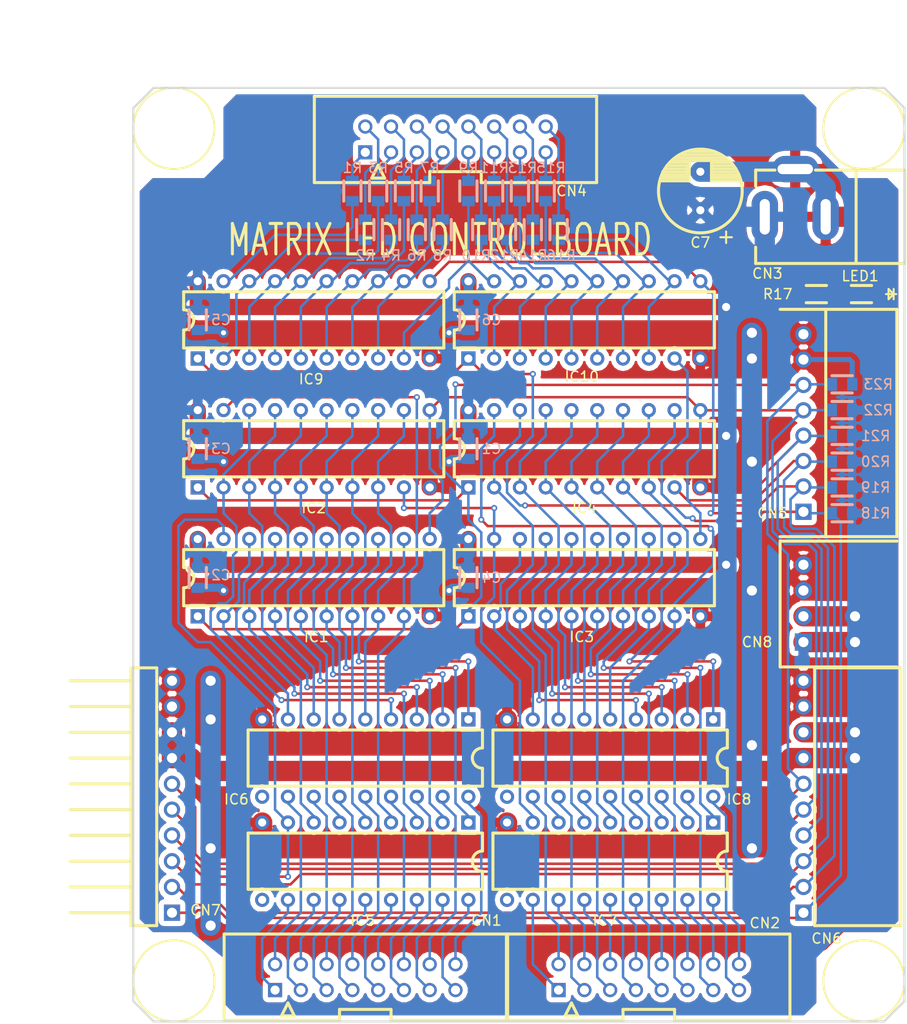
<source format=kicad_pcb>
(kicad_pcb (version 4) (host pcbnew 4.0.7)
  (title_block (title "16 * 16 DOT MATRIX LED CONTROL BOARD") (rev 0) (comment 1 "designed by hamayan."))
  (layers (0 F.Cu signal hide) (31 B.Cu signal) (34 B.Paste user hide) (35 F.Paste user hide) (36 B.SilkS user hide) (37 F.SilkS user) (38 B.Mask user) (39 F.Mask user) (44 Edge.Cuts user))
  (net 0 "")
  (net 1 /COL32)
  (net 2 /COL31)
  (net 3 /COL30)
  (net 4 /COL29)
  (net 5 /COL28)
  (net 6 /COL27)
  (net 7 /COL26)
  (net 8 /COL25)
  (net 9 /COL24)
  (net 10 /COL23)
  (net 11 /COL22)
  (net 12 /COL21)
  (net 13 /COL20)
  (net 14 /COL19)
  (net 15 /COL18)
  (net 16 /COL17)
  (net 17 /COL16)
  (net 18 /COL15)
  (net 19 /COL14)
  (net 20 /COL13)
  (net 21 /COL12)
  (net 22 /COL11)
  (net 23 /COL10)
  (net 24 /COL9)
  (net 25 /COL8)
  (net 26 /COL7)
  (net 27 /COL6)
  (net 28 /COL5)
  (net 29 /COL4)
  (net 30 /COL3)
  (net 31 /COL2)
  (net 32 /COL1)
  (net 33 /ROW1)
  (net 34 /ROW2)
  (net 35 /ROW3)
  (net 36 /ROW4)
  (net 37 /ROW5)
  (net 38 /ROW6)
  (net 39 /ROW7)
  (net 40 /ROW8)
  (net 41 /ROW9)
  (net 42 /ROW10)
  (net 43 /ROW11)
  (net 44 /ROW12)
  (net 45 /ROW13)
  (net 46 /ROW14)
  (net 47 /ROW15)
  (net 48 /ROW16)
  (net 49 +5V)
  (net 50 GND)
  (net 51 /ROW_IN)
  (net 52 /ROW_CK)
  (net 53 /ROW_OE)
  (net 54 /COL_IN)
  (net 55 /COL_CK)
  (net 56 /COL_OE)
  (net 57 "Net-(IC5-Pad10)")
  (net 58 "Net-(IC6-Pad10)")
  (net 59 "Net-(IC7-Pad10)")
  (net 60 "Net-(IC8-Pad10)")
  (net 61 "Net-(IC9-Pad19)")
  (net 62 "Net-(IC9-Pad18)")
  (net 63 "Net-(IC9-Pad17)")
  (net 64 "Net-(IC9-Pad16)")
  (net 65 "Net-(IC9-Pad15)")
  (net 66 "Net-(IC9-Pad14)")
  (net 67 "Net-(IC9-Pad13)")
  (net 68 "Net-(IC9-Pad12)")
  (net 69 "Net-(IC10-Pad19)")
  (net 70 "Net-(IC10-Pad18)")
  (net 71 "Net-(IC10-Pad17)")
  (net 72 "Net-(IC10-Pad16)")
  (net 73 "Net-(IC10-Pad15)")
  (net 74 "Net-(IC10-Pad14)")
  (net 75 "Net-(IC10-Pad13)")
  (net 76 "Net-(IC10-Pad12)")
  (net 77 "Net-(LED1-Pad1)")
  (net 78 /C32)
  (net 79 /C26)
  (net 80 /C31)
  (net 81 /C27)
  (net 82 /C30)
  (net 83 /C28)
  (net 84 /C29)
  (net 85 /C25)
  (net 86 /C24)
  (net 87 /C18)
  (net 88 /C23)
  (net 89 /C19)
  (net 90 /C22)
  (net 91 /C20)
  (net 92 /C21)
  (net 93 /C17)
  (net 94 /C16)
  (net 95 /C10)
  (net 96 /C15)
  (net 97 /C11)
  (net 98 /C14)
  (net 99 /C12)
  (net 100 /C13)
  (net 101 /C9)
  (net 102 /C8)
  (net 103 /C2)
  (net 104 /C7)
  (net 105 /C3)
  (net 106 /C6)
  (net 107 /C4)
  (net 108 /C5)
  (net 109 /C1)
  (module Mounting_Holes:MountingHole_3.5mm (layer F.Cu) (at 54 54)
    (fp_text reference REF** hide)
    (fp_text value MountingHole_3.5mm)
    (pad 1 np_thru_hole circle (at 0 0) (size 3.5 3.5) (drill 3.5) (layers *.Cu *.Mask))
  )
  (module Mounting_Holes:MountingHole_3.5mm (layer F.Cu) (at 122 54)
    (fp_text reference REF** hide)
    (fp_text value MountingHole_3.5mm)
    (pad 1 np_thru_hole circle (at 0 0) (size 3.5 3.5) (drill 3.5) (layers *.Cu *.Mask))
  )
  (module Mounting_Holes:MountingHole_3.5mm (layer F.Cu) (at 122 138)
    (fp_text reference REF** hide)
    (fp_text value MountingHole_3.5mm)
    (pad 1 np_thru_hole circle (at 0 0) (size 3.5 3.5) (drill 3.5) (layers *.Cu *.Mask))
  )
  (module Mounting_Holes:MountingHole_3.5mm (layer F.Cu) (at 54 138)
    (fp_text reference REF** hide)
    (fp_text value MountingHole_3.5mm)
    (pad 1 np_thru_hole circle (at 0 0) (size 3.5 3.5) (drill 3.5) (layers *.Cu *.Mask))
  )
  (module A01myFootPrint:cn_HIF3FC-16PA-254DSA (layer F.Cu) (at 72.862 137.638)
    (fp_text reference CN1 (at 11.938 -5.588) (layer F.SilkS))
    (fp_text value HIF3FC-16PA-2.54DSA)
    (pad 1 thru_hole rect (at -8.89 1.27) (size 1.4 1.4) (drill 0.9) (layers *.Cu *.Mask) (net 1 /COL32))
    (pad 2 thru_hole circle (at -8.89 -1.27) (size 1.4 1.4) (drill 0.9) (layers *.Cu *.Mask) (net 2 /COL31))
    (pad 3 thru_hole circle (at -6.35 1.27) (size 1.4 1.4) (drill 0.9) (layers *.Cu *.Mask) (net 3 /COL30))
    (pad 4 thru_hole circle (at -6.35 -1.27) (size 1.4 1.4) (drill 0.9) (layers *.Cu *.Mask) (net 4 /COL29))
    (pad 5 thru_hole circle (at -3.81 1.27) (size 1.4 1.4) (drill 0.9) (layers *.Cu *.Mask) (net 5 /COL28))
    (pad 6 thru_hole circle (at -3.81 -1.27) (size 1.4 1.4) (drill 0.9) (layers *.Cu *.Mask) (net 6 /COL27))
    (pad 7 thru_hole circle (at -1.27 1.27) (size 1.4 1.4) (drill 0.9) (layers *.Cu *.Mask) (net 7 /COL26))
    (pad 8 thru_hole circle (at -1.27 -1.27) (size 1.4 1.4) (drill 0.9) (layers *.Cu *.Mask) (net 8 /COL25))
    (pad 9 thru_hole circle (at 1.27 1.27) (size 1.4 1.4) (drill 0.9) (layers *.Cu *.Mask) (net 9 /COL24))
    (pad 10 thru_hole circle (at 1.27 -1.27) (size 1.4 1.4) (drill 0.9) (layers *.Cu *.Mask) (net 10 /COL23))
    (pad 11 thru_hole circle (at 3.81 1.27) (size 1.4 1.4) (drill 0.9) (layers *.Cu *.Mask) (net 11 /COL22))
    (pad 12 thru_hole circle (at 3.81 -1.27) (size 1.4 1.4) (drill 0.9) (layers *.Cu *.Mask) (net 12 /COL21))
    (pad 13 thru_hole circle (at 6.35 1.27) (size 1.4 1.4) (drill 0.9) (layers *.Cu *.Mask) (net 13 /COL20))
    (pad 14 thru_hole circle (at 6.35 -1.27) (size 1.4 1.4) (drill 0.9) (layers *.Cu *.Mask) (net 14 /COL19))
    (pad 15 thru_hole circle (at 8.89 1.27) (size 1.4 1.4) (drill 0.9) (layers *.Cu *.Mask) (net 15 /COL18))
    (pad 16 thru_hole circle (at 8.89 -1.27) (size 1.4 1.4) (drill 0.9) (layers *.Cu *.Mask) (net 16 /COL17))
  )
  (module A01myFootPrint:cn_HIF3FC-16PA-254DSA (layer F.Cu) (at 100.802 137.638)
    (fp_text reference CN2 (at 11.43 -5.334) (layer F.SilkS))
    (fp_text value HIF3FC-16PA-2.54DSA)
    (pad 1 thru_hole rect (at -8.89 1.27) (size 1.4 1.4) (drill 0.9) (layers *.Cu *.Mask) (net 17 /COL16))
    (pad 2 thru_hole circle (at -8.89 -1.27) (size 1.4 1.4) (drill 0.9) (layers *.Cu *.Mask) (net 18 /COL15))
    (pad 3 thru_hole circle (at -6.35 1.27) (size 1.4 1.4) (drill 0.9) (layers *.Cu *.Mask) (net 19 /COL14))
    (pad 4 thru_hole circle (at -6.35 -1.27) (size 1.4 1.4) (drill 0.9) (layers *.Cu *.Mask) (net 20 /COL13))
    (pad 5 thru_hole circle (at -3.81 1.27) (size 1.4 1.4) (drill 0.9) (layers *.Cu *.Mask) (net 21 /COL12))
    (pad 6 thru_hole circle (at -3.81 -1.27) (size 1.4 1.4) (drill 0.9) (layers *.Cu *.Mask) (net 22 /COL11))
    (pad 7 thru_hole circle (at -1.27 1.27) (size 1.4 1.4) (drill 0.9) (layers *.Cu *.Mask) (net 23 /COL10))
    (pad 8 thru_hole circle (at -1.27 -1.27) (size 1.4 1.4) (drill 0.9) (layers *.Cu *.Mask) (net 24 /COL9))
    (pad 9 thru_hole circle (at 1.27 1.27) (size 1.4 1.4) (drill 0.9) (layers *.Cu *.Mask) (net 25 /COL8))
    (pad 10 thru_hole circle (at 1.27 -1.27) (size 1.4 1.4) (drill 0.9) (layers *.Cu *.Mask) (net 26 /COL7))
    (pad 11 thru_hole circle (at 3.81 1.27) (size 1.4 1.4) (drill 0.9) (layers *.Cu *.Mask) (net 27 /COL6))
    (pad 12 thru_hole circle (at 3.81 -1.27) (size 1.4 1.4) (drill 0.9) (layers *.Cu *.Mask) (net 28 /COL5))
    (pad 13 thru_hole circle (at 6.35 1.27) (size 1.4 1.4) (drill 0.9) (layers *.Cu *.Mask) (net 29 /COL4))
    (pad 14 thru_hole circle (at 6.35 -1.27) (size 1.4 1.4) (drill 0.9) (layers *.Cu *.Mask) (net 30 /COL3))
    (pad 15 thru_hole circle (at 8.89 1.27) (size 1.4 1.4) (drill 0.9) (layers *.Cu *.Mask) (net 31 /COL2))
    (pad 16 thru_hole circle (at 8.89 -1.27) (size 1.4 1.4) (drill 0.9) (layers *.Cu *.Mask) (net 32 /COL1))
  )
  (module A01myFootPrint:cn_HIF3FC-16PA-254DSA (layer F.Cu) (at 81.752 55.088)
    (fp_text reference CN4 (at 11.43 5.08) (layer F.SilkS))
    (fp_text value HIF3FC-16PA-2.54DSA)
    (pad 1 thru_hole rect (at -8.89 1.27) (size 1.4 1.4) (drill 0.9) (layers *.Cu *.Mask) (net 33 /ROW1))
    (pad 2 thru_hole circle (at -8.89 -1.27) (size 1.4 1.4) (drill 0.9) (layers *.Cu *.Mask) (net 34 /ROW2))
    (pad 3 thru_hole circle (at -6.35 1.27) (size 1.4 1.4) (drill 0.9) (layers *.Cu *.Mask) (net 35 /ROW3))
    (pad 4 thru_hole circle (at -6.35 -1.27) (size 1.4 1.4) (drill 0.9) (layers *.Cu *.Mask) (net 36 /ROW4))
    (pad 5 thru_hole circle (at -3.81 1.27) (size 1.4 1.4) (drill 0.9) (layers *.Cu *.Mask) (net 37 /ROW5))
    (pad 6 thru_hole circle (at -3.81 -1.27) (size 1.4 1.4) (drill 0.9) (layers *.Cu *.Mask) (net 38 /ROW6))
    (pad 7 thru_hole circle (at -1.27 1.27) (size 1.4 1.4) (drill 0.9) (layers *.Cu *.Mask) (net 39 /ROW7))
    (pad 8 thru_hole circle (at -1.27 -1.27) (size 1.4 1.4) (drill 0.9) (layers *.Cu *.Mask) (net 40 /ROW8))
    (pad 9 thru_hole circle (at 1.27 1.27) (size 1.4 1.4) (drill 0.9) (layers *.Cu *.Mask) (net 41 /ROW9))
    (pad 10 thru_hole circle (at 1.27 -1.27) (size 1.4 1.4) (drill 0.9) (layers *.Cu *.Mask) (net 42 /ROW10))
    (pad 11 thru_hole circle (at 3.81 1.27) (size 1.4 1.4) (drill 0.9) (layers *.Cu *.Mask) (net 43 /ROW11))
    (pad 12 thru_hole circle (at 3.81 -1.27) (size 1.4 1.4) (drill 0.9) (layers *.Cu *.Mask) (net 44 /ROW12))
    (pad 13 thru_hole circle (at 6.35 1.27) (size 1.4 1.4) (drill 0.9) (layers *.Cu *.Mask) (net 45 /ROW13))
    (pad 14 thru_hole circle (at 6.35 -1.27) (size 1.4 1.4) (drill 0.9) (layers *.Cu *.Mask) (net 46 /ROW14))
    (pad 15 thru_hole circle (at 8.89 1.27) (size 1.4 1.4) (drill 0.9) (layers *.Cu *.Mask) (net 47 /ROW15))
    (pad 16 thru_hole circle (at 8.89 -1.27) (size 1.4 1.4) (drill 0.9) (layers *.Cu *.Mask) (net 48 /ROW16))
  )
  (module A01myFootPrint:CP_Radial_D8.25mm_P3.80mm (layer F.Cu) (at 105.882 60.168 90)
    (fp_text reference C7 (at -5.08 0 180) (layer F.SilkS))
    (fp_text value 220uF/10V)
    (pad 1 thru_hole circle (at -1.9 0 90) (size 1.6 1.6) (drill 0.8) (layers *.Cu *.Mask) (net 49 +5V))
    (pad 2 thru_hole circle (at 1.9 0 90) (size 1.6 1.6) (drill 0.8) (layers *.Cu *.Mask) (net 50 GND))
  )
  (module A01myFootPrint:MJ-179P (layer F.Cu) (at 112.232 62.708 180)
    (fp_text reference CN3 (at -0.254 -5.588 360) (layer F.SilkS))
    (fp_text value MJ-179P)
    (pad 1 thru_hole oval (at 0 0 180) (size 2.6 5.1) (drill oval 1 3.5) (layers *.Cu *.Mask) (net 49 +5V))
    (pad 2 thru_hole oval (at -6 0 180) (size 2.6 4.6) (drill oval 1 3.5) (layers *.Cu *.Mask) (net 50 GND))
    (pad 3 thru_hole oval (at -3 4.7 180) (size 4.6 2.6) (drill oval 3.5 1) (layers *.Cu *.Mask) (net 50 GND))
  )
  (module A01myFootPrint:cn_S8B-XH-A (layer F.Cu) (at 116.042 83.028 90)
    (fp_text reference CN5 (at -8.89 -3.048 180) (layer F.SilkS))
    (fp_text value S8B-XH-A)
    (pad 1 thru_hole rect (at -8.75 0 90) (size 1.6 1.6) (drill 1) (layers *.Cu *.Mask) (net 51 /ROW_IN))
    (pad 2 thru_hole circle (at -6.25 0 90) (size 1.6 1.6) (drill 1) (layers *.Cu *.Mask) (net 52 /ROW_CK))
    (pad 3 thru_hole circle (at -3.75 0 90) (size 1.6 1.6) (drill 1) (layers *.Cu *.Mask) (net 53 /ROW_OE))
    (pad 4 thru_hole circle (at -1.25 0 90) (size 1.6 1.6) (drill 1) (layers *.Cu *.Mask) (net 54 /COL_IN))
    (pad 5 thru_hole circle (at 1.25 0 90) (size 1.6 1.6) (drill 1) (layers *.Cu *.Mask) (net 55 /COL_CK))
    (pad 6 thru_hole circle (at 3.75 0 90) (size 1.6 1.6) (drill 1) (layers *.Cu *.Mask) (net 56 /COL_OE))
    (pad 7 thru_hole circle (at 6.25 0 90) (size 1.6 1.6) (drill 1) (layers *.Cu *.Mask) (net 50 GND))
    (pad 8 thru_hole circle (at 8.75 0 90) (size 1.6 1.6) (drill 1) (layers *.Cu *.Mask) (net 50 GND))
  )
  (module A01myFootPrint:cn_FH-1x10RG (layer F.Cu) (at 116.042 119.858 90)
    (fp_text reference CN6 (at -13.97 2.286 180) (layer F.SilkS))
    (fp_text value FH-1x10RG)
    (pad 1 thru_hole rect (at -11.43 0 90) (size 1.6 1.6) (drill 1) (layers *.Cu *.Mask) (net 51 /ROW_IN))
    (pad 2 thru_hole circle (at -8.89 0 90) (size 1.6 1.6) (drill 1) (layers *.Cu *.Mask) (net 52 /ROW_CK))
    (pad 3 thru_hole circle (at -6.35 0 90) (size 1.6 1.6) (drill 1) (layers *.Cu *.Mask) (net 53 /ROW_OE))
    (pad 4 thru_hole circle (at -3.81 0 90) (size 1.6 1.6) (drill 1) (layers *.Cu *.Mask) (net 54 /COL_IN))
    (pad 5 thru_hole circle (at -1.27 0 90) (size 1.6 1.6) (drill 1) (layers *.Cu *.Mask) (net 55 /COL_CK))
    (pad 6 thru_hole circle (at 1.27 0 90) (size 1.6 1.6) (drill 1) (layers *.Cu *.Mask) (net 56 /COL_OE))
    (pad 7 thru_hole circle (at 3.81 0 90) (size 1.6 1.6) (drill 1) (layers *.Cu *.Mask) (net 49 +5V))
    (pad 8 thru_hole circle (at 6.35 0 90) (size 1.6 1.6) (drill 1) (layers *.Cu *.Mask) (net 49 +5V))
    (pad 9 thru_hole circle (at 8.89 0 90) (size 1.6 1.6) (drill 1) (layers *.Cu *.Mask) (net 50 GND))
    (pad 10 thru_hole circle (at 11.43 0 90) (size 1.6 1.6) (drill 1) (layers *.Cu *.Mask) (net 50 GND))
  )
  (module A01myFootPrint:cn_PH-1X10RG_2 (layer F.Cu) (at 53.812 119.858 90)
    (fp_text reference CN7 (at -11.176 3.302 180) (layer F.SilkS))
    (fp_text value "PH-1X10RG(2)")
    (pad 5 thru_hole circle (at -1.27 0 90) (size 1.6 1.6) (drill 1) (layers *.Cu *.Mask) (net 55 /COL_CK))
    (pad 6 thru_hole circle (at 1.27 0 90) (size 1.6 1.6) (drill 1) (layers *.Cu *.Mask) (net 56 /COL_OE))
    (pad 7 thru_hole circle (at 3.81 0 90) (size 1.6 1.6) (drill 1) (layers *.Cu *.Mask) (net 49 +5V))
    (pad 8 thru_hole circle (at 6.35 0 90) (size 1.6 1.6) (drill 1) (layers *.Cu *.Mask) (net 49 +5V))
    (pad 9 thru_hole circle (at 8.89 0 90) (size 1.6 1.6) (drill 1) (layers *.Cu *.Mask) (net 50 GND))
    (pad 10 thru_hole circle (at 11.43 0 90) (size 1.6 1.6) (drill 1) (layers *.Cu *.Mask) (net 50 GND))
    (pad 4 thru_hole circle (at -3.81 0 90) (size 1.6 1.6) (drill 1) (layers *.Cu *.Mask) (net 78 /C32))
    (pad 3 thru_hole circle (at -6.35 0 90) (size 1.6 1.6) (drill 1) (layers *.Cu *.Mask) (net 53 /ROW_OE))
    (pad 2 thru_hole circle (at -8.89 0 90) (size 1.6 1.6) (drill 1) (layers *.Cu *.Mask) (net 52 /ROW_CK))
    (pad 1 thru_hole rect (at -11.43 0 90) (size 1.6 1.6) (drill 1) (layers *.Cu *.Mask) (net 51 /ROW_IN))
  )
  (module A01myFootPrint:ic_DIP-18_W7.62mm (layer F.Cu) (at 83.022 122.398 270)
    (fp_text reference IC5 (at 9.652 10.414 360) (layer F.SilkS))
    (fp_text value TD62083AP)
    (pad 1 thru_hole rect (at 0 0 270) (size 1.4 1.4) (drill 0.8) (layers *.Cu *.Mask) (net 87 /C18))
    (pad 11 thru_hole oval (at 7.62 17.78 270) (size 1.4 1.4) (drill 0.8) (layers *.Cu *.Mask) (net 1 /COL32))
    (pad 2 thru_hole oval (at 0 2.54 270) (size 1.4 1.4) (drill 0.8) (layers *.Cu *.Mask) (net 91 /C20))
    (pad 12 thru_hole oval (at 7.62 15.24 270) (size 1.4 1.4) (drill 0.8) (layers *.Cu *.Mask) (net 3 /COL30))
    (pad 3 thru_hole oval (at 0 5.08 270) (size 1.4 1.4) (drill 0.8) (layers *.Cu *.Mask) (net 90 /C22))
    (pad 13 thru_hole oval (at 7.62 12.7 270) (size 1.4 1.4) (drill 0.8) (layers *.Cu *.Mask) (net 5 /COL28))
    (pad 4 thru_hole oval (at 0 7.62 270) (size 1.4 1.4) (drill 0.8) (layers *.Cu *.Mask) (net 86 /C24))
    (pad 14 thru_hole oval (at 7.62 10.16 270) (size 1.4 1.4) (drill 0.8) (layers *.Cu *.Mask) (net 7 /COL26))
    (pad 5 thru_hole oval (at 0 10.16 270) (size 1.4 1.4) (drill 0.8) (layers *.Cu *.Mask) (net 79 /C26))
    (pad 15 thru_hole oval (at 7.62 7.62 270) (size 1.4 1.4) (drill 0.8) (layers *.Cu *.Mask) (net 9 /COL24))
    (pad 6 thru_hole oval (at 0 12.7 270) (size 1.4 1.4) (drill 0.8) (layers *.Cu *.Mask) (net 83 /C28))
    (pad 16 thru_hole oval (at 7.62 5.08 270) (size 1.4 1.4) (drill 0.8) (layers *.Cu *.Mask) (net 11 /COL22))
    (pad 7 thru_hole oval (at 0 15.24 270) (size 1.4 1.4) (drill 0.8) (layers *.Cu *.Mask) (net 82 /C30))
    (pad 17 thru_hole oval (at 7.62 2.54 270) (size 1.4 1.4) (drill 0.8) (layers *.Cu *.Mask) (net 13 /COL20))
    (pad 8 thru_hole oval (at 0 17.78 270) (size 1.4 1.4) (drill 0.8) (layers *.Cu *.Mask) (net 78 /C32))
    (pad 18 thru_hole oval (at 7.62 0 270) (size 1.4 1.4) (drill 0.8) (layers *.Cu *.Mask) (net 15 /COL18))
    (pad 9 thru_hole oval (at 0 20.32 270) (size 1.4 1.4) (drill 0.8) (layers *.Cu *.Mask) (net 50 GND))
    (pad 10 thru_hole oval (at 7.62 20.32 270) (size 1.4 1.4) (drill 0.8) (layers *.Cu *.Mask) (net 57 "Net-(IC5-Pad10)"))
  )
  (module A01myFootPrint:ic_DIP-18_W7.62mm (layer F.Cu) (at 83.022 112.238 270)
    (fp_text reference IC6 (at 7.874 22.86 360) (layer F.SilkS))
    (fp_text value TD62083AP)
    (pad 1 thru_hole rect (at 0 0 270) (size 1.4 1.4) (drill 0.8) (layers *.Cu *.Mask) (net 93 /C17))
    (pad 11 thru_hole oval (at 7.62 17.78 270) (size 1.4 1.4) (drill 0.8) (layers *.Cu *.Mask) (net 2 /COL31))
    (pad 2 thru_hole oval (at 0 2.54 270) (size 1.4 1.4) (drill 0.8) (layers *.Cu *.Mask) (net 89 /C19))
    (pad 12 thru_hole oval (at 7.62 15.24 270) (size 1.4 1.4) (drill 0.8) (layers *.Cu *.Mask) (net 4 /COL29))
    (pad 3 thru_hole oval (at 0 5.08 270) (size 1.4 1.4) (drill 0.8) (layers *.Cu *.Mask) (net 92 /C21))
    (pad 13 thru_hole oval (at 7.62 12.7 270) (size 1.4 1.4) (drill 0.8) (layers *.Cu *.Mask) (net 6 /COL27))
    (pad 4 thru_hole oval (at 0 7.62 270) (size 1.4 1.4) (drill 0.8) (layers *.Cu *.Mask) (net 88 /C23))
    (pad 14 thru_hole oval (at 7.62 10.16 270) (size 1.4 1.4) (drill 0.8) (layers *.Cu *.Mask) (net 8 /COL25))
    (pad 5 thru_hole oval (at 0 10.16 270) (size 1.4 1.4) (drill 0.8) (layers *.Cu *.Mask) (net 85 /C25))
    (pad 15 thru_hole oval (at 7.62 7.62 270) (size 1.4 1.4) (drill 0.8) (layers *.Cu *.Mask) (net 10 /COL23))
    (pad 6 thru_hole oval (at 0 12.7 270) (size 1.4 1.4) (drill 0.8) (layers *.Cu *.Mask) (net 81 /C27))
    (pad 16 thru_hole oval (at 7.62 5.08 270) (size 1.4 1.4) (drill 0.8) (layers *.Cu *.Mask) (net 12 /COL21))
    (pad 7 thru_hole oval (at 0 15.24 270) (size 1.4 1.4) (drill 0.8) (layers *.Cu *.Mask) (net 84 /C29))
    (pad 17 thru_hole oval (at 7.62 2.54 270) (size 1.4 1.4) (drill 0.8) (layers *.Cu *.Mask) (net 14 /COL19))
    (pad 8 thru_hole oval (at 0 17.78 270) (size 1.4 1.4) (drill 0.8) (layers *.Cu *.Mask) (net 80 /C31))
    (pad 18 thru_hole oval (at 7.62 0 270) (size 1.4 1.4) (drill 0.8) (layers *.Cu *.Mask) (net 16 /COL17))
    (pad 9 thru_hole oval (at 0 20.32 270) (size 1.4 1.4) (drill 0.8) (layers *.Cu *.Mask) (net 50 GND))
    (pad 10 thru_hole oval (at 7.62 20.32 270) (size 1.4 1.4) (drill 0.8) (layers *.Cu *.Mask) (net 58 "Net-(IC6-Pad10)"))
  )
  (module A01myFootPrint:ic_DIP-18_W7.62mm (layer F.Cu) (at 107.152 122.398 270)
    (fp_text reference IC7 (at 9.652 10.668 360) (layer F.SilkS))
    (fp_text value TD62083AP)
    (pad 1 thru_hole rect (at 0 0 270) (size 1.4 1.4) (drill 0.8) (layers *.Cu *.Mask) (net 103 /C2))
    (pad 11 thru_hole oval (at 7.62 17.78 270) (size 1.4 1.4) (drill 0.8) (layers *.Cu *.Mask) (net 17 /COL16))
    (pad 2 thru_hole oval (at 0 2.54 270) (size 1.4 1.4) (drill 0.8) (layers *.Cu *.Mask) (net 107 /C4))
    (pad 12 thru_hole oval (at 7.62 15.24 270) (size 1.4 1.4) (drill 0.8) (layers *.Cu *.Mask) (net 19 /COL14))
    (pad 3 thru_hole oval (at 0 5.08 270) (size 1.4 1.4) (drill 0.8) (layers *.Cu *.Mask) (net 106 /C6))
    (pad 13 thru_hole oval (at 7.62 12.7 270) (size 1.4 1.4) (drill 0.8) (layers *.Cu *.Mask) (net 21 /COL12))
    (pad 4 thru_hole oval (at 0 7.62 270) (size 1.4 1.4) (drill 0.8) (layers *.Cu *.Mask) (net 102 /C8))
    (pad 14 thru_hole oval (at 7.62 10.16 270) (size 1.4 1.4) (drill 0.8) (layers *.Cu *.Mask) (net 23 /COL10))
    (pad 5 thru_hole oval (at 0 10.16 270) (size 1.4 1.4) (drill 0.8) (layers *.Cu *.Mask) (net 95 /C10))
    (pad 15 thru_hole oval (at 7.62 7.62 270) (size 1.4 1.4) (drill 0.8) (layers *.Cu *.Mask) (net 25 /COL8))
    (pad 6 thru_hole oval (at 0 12.7 270) (size 1.4 1.4) (drill 0.8) (layers *.Cu *.Mask) (net 99 /C12))
    (pad 16 thru_hole oval (at 7.62 5.08 270) (size 1.4 1.4) (drill 0.8) (layers *.Cu *.Mask) (net 27 /COL6))
    (pad 7 thru_hole oval (at 0 15.24 270) (size 1.4 1.4) (drill 0.8) (layers *.Cu *.Mask) (net 98 /C14))
    (pad 17 thru_hole oval (at 7.62 2.54 270) (size 1.4 1.4) (drill 0.8) (layers *.Cu *.Mask) (net 29 /COL4))
    (pad 8 thru_hole oval (at 0 17.78 270) (size 1.4 1.4) (drill 0.8) (layers *.Cu *.Mask) (net 94 /C16))
    (pad 18 thru_hole oval (at 7.62 0 270) (size 1.4 1.4) (drill 0.8) (layers *.Cu *.Mask) (net 31 /COL2))
    (pad 9 thru_hole oval (at 0 20.32 270) (size 1.4 1.4) (drill 0.8) (layers *.Cu *.Mask) (net 50 GND))
    (pad 10 thru_hole oval (at 7.62 20.32 270) (size 1.4 1.4) (drill 0.8) (layers *.Cu *.Mask) (net 59 "Net-(IC7-Pad10)"))
  )
  (module A01myFootPrint:ic_DIP-18_W7.62mm (layer F.Cu) (at 107.152 112.238 270)
    (fp_text reference IC8 (at 7.874 -2.54 360) (layer F.SilkS))
    (fp_text value TD62083AP)
    (pad 1 thru_hole rect (at 0 0 270) (size 1.4 1.4) (drill 0.8) (layers *.Cu *.Mask) (net 109 /C1))
    (pad 11 thru_hole oval (at 7.62 17.78 270) (size 1.4 1.4) (drill 0.8) (layers *.Cu *.Mask) (net 18 /COL15))
    (pad 2 thru_hole oval (at 0 2.54 270) (size 1.4 1.4) (drill 0.8) (layers *.Cu *.Mask) (net 105 /C3))
    (pad 12 thru_hole oval (at 7.62 15.24 270) (size 1.4 1.4) (drill 0.8) (layers *.Cu *.Mask) (net 20 /COL13))
    (pad 3 thru_hole oval (at 0 5.08 270) (size 1.4 1.4) (drill 0.8) (layers *.Cu *.Mask) (net 108 /C5))
    (pad 13 thru_hole oval (at 7.62 12.7 270) (size 1.4 1.4) (drill 0.8) (layers *.Cu *.Mask) (net 22 /COL11))
    (pad 4 thru_hole oval (at 0 7.62 270) (size 1.4 1.4) (drill 0.8) (layers *.Cu *.Mask) (net 104 /C7))
    (pad 14 thru_hole oval (at 7.62 10.16 270) (size 1.4 1.4) (drill 0.8) (layers *.Cu *.Mask) (net 24 /COL9))
    (pad 5 thru_hole oval (at 0 10.16 270) (size 1.4 1.4) (drill 0.8) (layers *.Cu *.Mask) (net 101 /C9))
    (pad 15 thru_hole oval (at 7.62 7.62 270) (size 1.4 1.4) (drill 0.8) (layers *.Cu *.Mask) (net 26 /COL7))
    (pad 6 thru_hole oval (at 0 12.7 270) (size 1.4 1.4) (drill 0.8) (layers *.Cu *.Mask) (net 97 /C11))
    (pad 16 thru_hole oval (at 7.62 5.08 270) (size 1.4 1.4) (drill 0.8) (layers *.Cu *.Mask) (net 28 /COL5))
    (pad 7 thru_hole oval (at 0 15.24 270) (size 1.4 1.4) (drill 0.8) (layers *.Cu *.Mask) (net 100 /C13))
    (pad 17 thru_hole oval (at 7.62 2.54 270) (size 1.4 1.4) (drill 0.8) (layers *.Cu *.Mask) (net 30 /COL3))
    (pad 8 thru_hole oval (at 0 17.78 270) (size 1.4 1.4) (drill 0.8) (layers *.Cu *.Mask) (net 96 /C15))
    (pad 18 thru_hole oval (at 7.62 0 270) (size 1.4 1.4) (drill 0.8) (layers *.Cu *.Mask) (net 32 /COL1))
    (pad 9 thru_hole oval (at 0 20.32 270) (size 1.4 1.4) (drill 0.8) (layers *.Cu *.Mask) (net 50 GND))
    (pad 10 thru_hole oval (at 7.62 20.32 270) (size 1.4 1.4) (drill 0.8) (layers *.Cu *.Mask) (net 60 "Net-(IC8-Pad10)"))
  )
  (module A01myFootPrint:C_0805 (layer B.Cu) (at 83.022 85.568 270)
    (fp_text reference C1 (at 0 -2.286 360) (layer B.SilkS) (effects (justify mirror)))
    (fp_text value 0.1uF)
    (pad 1 smd rect (at -1 0 270) (size 1 1.25) (layers B.Cu B.Paste B.Mask) (net 49 +5V))
    (pad 2 smd rect (at 1 0 270) (size 1 1.25) (layers B.Cu B.Paste B.Mask) (net 50 GND))
  )
  (module A01myFootPrint:C_0805 (layer B.Cu) (at 56.352 98.268 270)
    (fp_text reference C2 (at -0.254 -2.286 360) (layer B.SilkS) (effects (justify mirror)))
    (fp_text value 0.1uF)
    (pad 1 smd rect (at -1 0 270) (size 1 1.25) (layers B.Cu B.Paste B.Mask) (net 49 +5V))
    (pad 2 smd rect (at 1 0 270) (size 1 1.25) (layers B.Cu B.Paste B.Mask) (net 50 GND))
  )
  (module A01myFootPrint:C_0805 (layer B.Cu) (at 56.352 85.568 270)
    (fp_text reference C3 (at 0 -2.286 360) (layer B.SilkS) (effects (justify mirror)))
    (fp_text value 0.1uF)
    (pad 1 smd rect (at -1 0 270) (size 1 1.25) (layers B.Cu B.Paste B.Mask) (net 49 +5V))
    (pad 2 smd rect (at 1 0 270) (size 1 1.25) (layers B.Cu B.Paste B.Mask) (net 50 GND))
  )
  (module A01myFootPrint:C_0805 (layer B.Cu) (at 83.022 98.268 270)
    (fp_text reference C4 (at 0 -2.286 360) (layer B.SilkS) (effects (justify mirror)))
    (fp_text value 0.1uF)
    (pad 1 smd rect (at -1 0 270) (size 1 1.25) (layers B.Cu B.Paste B.Mask) (net 49 +5V))
    (pad 2 smd rect (at 1 0 270) (size 1 1.25) (layers B.Cu B.Paste B.Mask) (net 50 GND))
  )
  (module A01myFootPrint:C_0805 (layer B.Cu) (at 56.352 72.868 270)
    (fp_text reference C5 (at 0 -2.286 360) (layer B.SilkS) (effects (justify mirror)))
    (fp_text value 0.1uF)
    (pad 1 smd rect (at -1 0 270) (size 1 1.25) (layers B.Cu B.Paste B.Mask) (net 49 +5V))
    (pad 2 smd rect (at 1 0 270) (size 1 1.25) (layers B.Cu B.Paste B.Mask) (net 50 GND))
  )
  (module A01myFootPrint:C_0805 (layer B.Cu) (at 83.022 72.868 270)
    (fp_text reference C6 (at 0 -2.286 360) (layer B.SilkS) (effects (justify mirror)))
    (fp_text value 0.1uF)
    (pad 1 smd rect (at -1 0 270) (size 1 1.25) (layers B.Cu B.Paste B.Mask) (net 49 +5V))
    (pad 2 smd rect (at 1 0 270) (size 1 1.25) (layers B.Cu B.Paste B.Mask) (net 50 GND))
  )
  (module A01myFootPrint:ic_DIP-20_W7.62mm (layer F.Cu) (at 56.352 102.078 90)
    (fp_text reference IC1 (at -2.032 11.684 180) (layer F.SilkS))
    (fp_text value TC74ACT574F)
    (pad 1 thru_hole rect (at 0 0 90) (size 1.4 1.4) (drill 0.8) (layers *.Cu *.Mask) (net 56 /COL_OE))
    (pad 13 thru_hole oval (at 7.62 17.78 90) (size 1.4 1.4) (drill 0.8) (layers *.Cu *.Mask) (net 79 /C26))
    (pad 2 thru_hole oval (at 0 2.54 90) (size 1.4 1.4) (drill 0.8) (layers *.Cu *.Mask) (net 80 /C31))
    (pad 14 thru_hole oval (at 7.62 15.24 90) (size 1.4 1.4) (drill 0.8) (layers *.Cu *.Mask) (net 81 /C27))
    (pad 3 thru_hole oval (at 0 5.08 90) (size 1.4 1.4) (drill 0.8) (layers *.Cu *.Mask) (net 82 /C30))
    (pad 15 thru_hole oval (at 7.62 12.7 90) (size 1.4 1.4) (drill 0.8) (layers *.Cu *.Mask) (net 83 /C28))
    (pad 4 thru_hole oval (at 0 7.62 90) (size 1.4 1.4) (drill 0.8) (layers *.Cu *.Mask) (net 84 /C29))
    (pad 16 thru_hole oval (at 7.62 10.16 90) (size 1.4 1.4) (drill 0.8) (layers *.Cu *.Mask) (net 84 /C29))
    (pad 5 thru_hole oval (at 0 10.16 90) (size 1.4 1.4) (drill 0.8) (layers *.Cu *.Mask) (net 83 /C28))
    (pad 17 thru_hole oval (at 7.62 7.62 90) (size 1.4 1.4) (drill 0.8) (layers *.Cu *.Mask) (net 82 /C30))
    (pad 6 thru_hole oval (at 0 12.7 90) (size 1.4 1.4) (drill 0.8) (layers *.Cu *.Mask) (net 81 /C27))
    (pad 18 thru_hole oval (at 7.62 5.08 90) (size 1.4 1.4) (drill 0.8) (layers *.Cu *.Mask) (net 80 /C31))
    (pad 7 thru_hole oval (at 0 15.24 90) (size 1.4 1.4) (drill 0.8) (layers *.Cu *.Mask) (net 79 /C26))
    (pad 19 thru_hole oval (at 7.62 2.54 90) (size 1.4 1.4) (drill 0.8) (layers *.Cu *.Mask) (net 78 /C32))
    (pad 8 thru_hole oval (at 0 17.78 90) (size 1.4 1.4) (drill 0.8) (layers *.Cu *.Mask) (net 85 /C25))
    (pad 20 thru_hole oval (at 7.62 0 90) (size 1.4 1.4) (drill 0.8) (layers *.Cu *.Mask) (net 49 +5V))
    (pad 9 thru_hole oval (at 0 20.32 90) (size 1.4 1.4) (drill 0.8) (layers *.Cu *.Mask) (net 86 /C24))
    (pad 10 thru_hole oval (at 0 22.86 90) (size 1.4 1.4) (drill 0.8) (layers *.Cu *.Mask) (net 50 GND))
    (pad 11 thru_hole oval (at 7.62 22.86 90) (size 1.4 1.4) (drill 0.8) (layers *.Cu *.Mask) (net 55 /COL_CK))
    (pad 12 thru_hole oval (at 7.62 20.32 90) (size 1.4 1.4) (drill 0.8) (layers *.Cu *.Mask) (net 85 /C25))
  )
  (module A01myFootPrint:ic_DIP-20_W7.62mm (layer F.Cu) (at 56.352 89.378 90)
    (fp_text reference IC2 (at -2.032 11.43 180) (layer F.SilkS))
    (fp_text value TC74ACT574F)
    (pad 1 thru_hole rect (at 0 0 90) (size 1.4 1.4) (drill 0.8) (layers *.Cu *.Mask) (net 56 /COL_OE))
    (pad 13 thru_hole oval (at 7.62 17.78 90) (size 1.4 1.4) (drill 0.8) (layers *.Cu *.Mask) (net 87 /C18))
    (pad 2 thru_hole oval (at 0 2.54 90) (size 1.4 1.4) (drill 0.8) (layers *.Cu *.Mask) (net 88 /C23))
    (pad 14 thru_hole oval (at 7.62 15.24 90) (size 1.4 1.4) (drill 0.8) (layers *.Cu *.Mask) (net 89 /C19))
    (pad 3 thru_hole oval (at 0 5.08 90) (size 1.4 1.4) (drill 0.8) (layers *.Cu *.Mask) (net 90 /C22))
    (pad 15 thru_hole oval (at 7.62 12.7 90) (size 1.4 1.4) (drill 0.8) (layers *.Cu *.Mask) (net 91 /C20))
    (pad 4 thru_hole oval (at 0 7.62 90) (size 1.4 1.4) (drill 0.8) (layers *.Cu *.Mask) (net 92 /C21))
    (pad 16 thru_hole oval (at 7.62 10.16 90) (size 1.4 1.4) (drill 0.8) (layers *.Cu *.Mask) (net 92 /C21))
    (pad 5 thru_hole oval (at 0 10.16 90) (size 1.4 1.4) (drill 0.8) (layers *.Cu *.Mask) (net 91 /C20))
    (pad 17 thru_hole oval (at 7.62 7.62 90) (size 1.4 1.4) (drill 0.8) (layers *.Cu *.Mask) (net 90 /C22))
    (pad 6 thru_hole oval (at 0 12.7 90) (size 1.4 1.4) (drill 0.8) (layers *.Cu *.Mask) (net 89 /C19))
    (pad 18 thru_hole oval (at 7.62 5.08 90) (size 1.4 1.4) (drill 0.8) (layers *.Cu *.Mask) (net 88 /C23))
    (pad 7 thru_hole oval (at 0 15.24 90) (size 1.4 1.4) (drill 0.8) (layers *.Cu *.Mask) (net 87 /C18))
    (pad 19 thru_hole oval (at 7.62 2.54 90) (size 1.4 1.4) (drill 0.8) (layers *.Cu *.Mask) (net 86 /C24))
    (pad 8 thru_hole oval (at 0 17.78 90) (size 1.4 1.4) (drill 0.8) (layers *.Cu *.Mask) (net 93 /C17))
    (pad 20 thru_hole oval (at 7.62 0 90) (size 1.4 1.4) (drill 0.8) (layers *.Cu *.Mask) (net 49 +5V))
    (pad 9 thru_hole oval (at 0 20.32 90) (size 1.4 1.4) (drill 0.8) (layers *.Cu *.Mask) (net 94 /C16))
    (pad 10 thru_hole oval (at 0 22.86 90) (size 1.4 1.4) (drill 0.8) (layers *.Cu *.Mask) (net 50 GND))
    (pad 11 thru_hole oval (at 7.62 22.86 90) (size 1.4 1.4) (drill 0.8) (layers *.Cu *.Mask) (net 55 /COL_CK))
    (pad 12 thru_hole oval (at 7.62 20.32 90) (size 1.4 1.4) (drill 0.8) (layers *.Cu *.Mask) (net 93 /C17))
  )
  (module A01myFootPrint:ic_DIP-20_W7.62mm (layer F.Cu) (at 83.022 102.078 90)
    (fp_text reference IC3 (at -2.032 11.176 180) (layer F.SilkS))
    (fp_text value TC74ACT574F)
    (pad 1 thru_hole rect (at 0 0 90) (size 1.4 1.4) (drill 0.8) (layers *.Cu *.Mask) (net 56 /COL_OE))
    (pad 13 thru_hole oval (at 7.62 17.78 90) (size 1.4 1.4) (drill 0.8) (layers *.Cu *.Mask) (net 95 /C10))
    (pad 2 thru_hole oval (at 0 2.54 90) (size 1.4 1.4) (drill 0.8) (layers *.Cu *.Mask) (net 96 /C15))
    (pad 14 thru_hole oval (at 7.62 15.24 90) (size 1.4 1.4) (drill 0.8) (layers *.Cu *.Mask) (net 97 /C11))
    (pad 3 thru_hole oval (at 0 5.08 90) (size 1.4 1.4) (drill 0.8) (layers *.Cu *.Mask) (net 98 /C14))
    (pad 15 thru_hole oval (at 7.62 12.7 90) (size 1.4 1.4) (drill 0.8) (layers *.Cu *.Mask) (net 99 /C12))
    (pad 4 thru_hole oval (at 0 7.62 90) (size 1.4 1.4) (drill 0.8) (layers *.Cu *.Mask) (net 100 /C13))
    (pad 16 thru_hole oval (at 7.62 10.16 90) (size 1.4 1.4) (drill 0.8) (layers *.Cu *.Mask) (net 100 /C13))
    (pad 5 thru_hole oval (at 0 10.16 90) (size 1.4 1.4) (drill 0.8) (layers *.Cu *.Mask) (net 99 /C12))
    (pad 17 thru_hole oval (at 7.62 7.62 90) (size 1.4 1.4) (drill 0.8) (layers *.Cu *.Mask) (net 98 /C14))
    (pad 6 thru_hole oval (at 0 12.7 90) (size 1.4 1.4) (drill 0.8) (layers *.Cu *.Mask) (net 97 /C11))
    (pad 18 thru_hole oval (at 7.62 5.08 90) (size 1.4 1.4) (drill 0.8) (layers *.Cu *.Mask) (net 96 /C15))
    (pad 7 thru_hole oval (at 0 15.24 90) (size 1.4 1.4) (drill 0.8) (layers *.Cu *.Mask) (net 95 /C10))
    (pad 19 thru_hole oval (at 7.62 2.54 90) (size 1.4 1.4) (drill 0.8) (layers *.Cu *.Mask) (net 94 /C16))
    (pad 8 thru_hole oval (at 0 17.78 90) (size 1.4 1.4) (drill 0.8) (layers *.Cu *.Mask) (net 101 /C9))
    (pad 20 thru_hole oval (at 7.62 0 90) (size 1.4 1.4) (drill 0.8) (layers *.Cu *.Mask) (net 49 +5V))
    (pad 9 thru_hole oval (at 0 20.32 90) (size 1.4 1.4) (drill 0.8) (layers *.Cu *.Mask) (net 102 /C8))
    (pad 10 thru_hole oval (at 0 22.86 90) (size 1.4 1.4) (drill 0.8) (layers *.Cu *.Mask) (net 50 GND))
    (pad 11 thru_hole oval (at 7.62 22.86 90) (size 1.4 1.4) (drill 0.8) (layers *.Cu *.Mask) (net 55 /COL_CK))
    (pad 12 thru_hole oval (at 7.62 20.32 90) (size 1.4 1.4) (drill 0.8) (layers *.Cu *.Mask) (net 101 /C9))
  )
  (module A01myFootPrint:ic_DIP-20_W7.62mm (layer F.Cu) (at 83.022 89.378 90)
    (fp_text reference IC4 (at -2.032 11.43 180) (layer F.SilkS))
    (fp_text value TC74ACT574F)
    (pad 1 thru_hole rect (at 0 0 90) (size 1.4 1.4) (drill 0.8) (layers *.Cu *.Mask) (net 56 /COL_OE))
    (pad 13 thru_hole oval (at 7.62 17.78 90) (size 1.4 1.4) (drill 0.8) (layers *.Cu *.Mask) (net 103 /C2))
    (pad 2 thru_hole oval (at 0 2.54 90) (size 1.4 1.4) (drill 0.8) (layers *.Cu *.Mask) (net 104 /C7))
    (pad 14 thru_hole oval (at 7.62 15.24 90) (size 1.4 1.4) (drill 0.8) (layers *.Cu *.Mask) (net 105 /C3))
    (pad 3 thru_hole oval (at 0 5.08 90) (size 1.4 1.4) (drill 0.8) (layers *.Cu *.Mask) (net 106 /C6))
    (pad 15 thru_hole oval (at 7.62 12.7 90) (size 1.4 1.4) (drill 0.8) (layers *.Cu *.Mask) (net 107 /C4))
    (pad 4 thru_hole oval (at 0 7.62 90) (size 1.4 1.4) (drill 0.8) (layers *.Cu *.Mask) (net 108 /C5))
    (pad 16 thru_hole oval (at 7.62 10.16 90) (size 1.4 1.4) (drill 0.8) (layers *.Cu *.Mask) (net 108 /C5))
    (pad 5 thru_hole oval (at 0 10.16 90) (size 1.4 1.4) (drill 0.8) (layers *.Cu *.Mask) (net 107 /C4))
    (pad 17 thru_hole oval (at 7.62 7.62 90) (size 1.4 1.4) (drill 0.8) (layers *.Cu *.Mask) (net 106 /C6))
    (pad 6 thru_hole oval (at 0 12.7 90) (size 1.4 1.4) (drill 0.8) (layers *.Cu *.Mask) (net 105 /C3))
    (pad 18 thru_hole oval (at 7.62 5.08 90) (size 1.4 1.4) (drill 0.8) (layers *.Cu *.Mask) (net 104 /C7))
    (pad 7 thru_hole oval (at 0 15.24 90) (size 1.4 1.4) (drill 0.8) (layers *.Cu *.Mask) (net 103 /C2))
    (pad 19 thru_hole oval (at 7.62 2.54 90) (size 1.4 1.4) (drill 0.8) (layers *.Cu *.Mask) (net 102 /C8))
    (pad 8 thru_hole oval (at 0 17.78 90) (size 1.4 1.4) (drill 0.8) (layers *.Cu *.Mask) (net 109 /C1))
    (pad 20 thru_hole oval (at 7.62 0 90) (size 1.4 1.4) (drill 0.8) (layers *.Cu *.Mask) (net 49 +5V))
    (pad 9 thru_hole oval (at 0 20.32 90) (size 1.4 1.4) (drill 0.8) (layers *.Cu *.Mask) (net 54 /COL_IN))
    (pad 10 thru_hole oval (at 0 22.86 90) (size 1.4 1.4) (drill 0.8) (layers *.Cu *.Mask) (net 50 GND))
    (pad 11 thru_hole oval (at 7.62 22.86 90) (size 1.4 1.4) (drill 0.8) (layers *.Cu *.Mask) (net 55 /COL_CK))
    (pad 12 thru_hole oval (at 7.62 20.32 90) (size 1.4 1.4) (drill 0.8) (layers *.Cu *.Mask) (net 109 /C1))
  )
  (module A01myFootPrint:ic_DIP-20_W7.62mm (layer F.Cu) (at 56.352 76.678 90)
    (fp_text reference IC9 (at -2.032 11.176 180) (layer F.SilkS))
    (fp_text value TC74ACT574F)
    (pad 1 thru_hole rect (at 0 0 90) (size 1.4 1.4) (drill 0.8) (layers *.Cu *.Mask) (net 53 /ROW_OE))
    (pad 13 thru_hole oval (at 7.62 17.78 90) (size 1.4 1.4) (drill 0.8) (layers *.Cu *.Mask) (net 67 "Net-(IC9-Pad13)"))
    (pad 2 thru_hole oval (at 0 2.54 90) (size 1.4 1.4) (drill 0.8) (layers *.Cu *.Mask) (net 62 "Net-(IC9-Pad18)"))
    (pad 14 thru_hole oval (at 7.62 15.24 90) (size 1.4 1.4) (drill 0.8) (layers *.Cu *.Mask) (net 66 "Net-(IC9-Pad14)"))
    (pad 3 thru_hole oval (at 0 5.08 90) (size 1.4 1.4) (drill 0.8) (layers *.Cu *.Mask) (net 63 "Net-(IC9-Pad17)"))
    (pad 15 thru_hole oval (at 7.62 12.7 90) (size 1.4 1.4) (drill 0.8) (layers *.Cu *.Mask) (net 65 "Net-(IC9-Pad15)"))
    (pad 4 thru_hole oval (at 0 7.62 90) (size 1.4 1.4) (drill 0.8) (layers *.Cu *.Mask) (net 64 "Net-(IC9-Pad16)"))
    (pad 16 thru_hole oval (at 7.62 10.16 90) (size 1.4 1.4) (drill 0.8) (layers *.Cu *.Mask) (net 64 "Net-(IC9-Pad16)"))
    (pad 5 thru_hole oval (at 0 10.16 90) (size 1.4 1.4) (drill 0.8) (layers *.Cu *.Mask) (net 65 "Net-(IC9-Pad15)"))
    (pad 17 thru_hole oval (at 7.62 7.62 90) (size 1.4 1.4) (drill 0.8) (layers *.Cu *.Mask) (net 63 "Net-(IC9-Pad17)"))
    (pad 6 thru_hole oval (at 0 12.7 90) (size 1.4 1.4) (drill 0.8) (layers *.Cu *.Mask) (net 66 "Net-(IC9-Pad14)"))
    (pad 18 thru_hole oval (at 7.62 5.08 90) (size 1.4 1.4) (drill 0.8) (layers *.Cu *.Mask) (net 62 "Net-(IC9-Pad18)"))
    (pad 7 thru_hole oval (at 0 15.24 90) (size 1.4 1.4) (drill 0.8) (layers *.Cu *.Mask) (net 67 "Net-(IC9-Pad13)"))
    (pad 19 thru_hole oval (at 7.62 2.54 90) (size 1.4 1.4) (drill 0.8) (layers *.Cu *.Mask) (net 61 "Net-(IC9-Pad19)"))
    (pad 8 thru_hole oval (at 0 17.78 90) (size 1.4 1.4) (drill 0.8) (layers *.Cu *.Mask) (net 68 "Net-(IC9-Pad12)"))
    (pad 20 thru_hole oval (at 7.62 0 90) (size 1.4 1.4) (drill 0.8) (layers *.Cu *.Mask) (net 49 +5V))
    (pad 9 thru_hole oval (at 0 20.32 90) (size 1.4 1.4) (drill 0.8) (layers *.Cu *.Mask) (net 69 "Net-(IC10-Pad19)"))
    (pad 10 thru_hole oval (at 0 22.86 90) (size 1.4 1.4) (drill 0.8) (layers *.Cu *.Mask) (net 50 GND))
    (pad 11 thru_hole oval (at 7.62 22.86 90) (size 1.4 1.4) (drill 0.8) (layers *.Cu *.Mask) (net 52 /ROW_CK))
    (pad 12 thru_hole oval (at 7.62 20.32 90) (size 1.4 1.4) (drill 0.8) (layers *.Cu *.Mask) (net 68 "Net-(IC9-Pad12)"))
  )
  (module A01myFootPrint:ic_DIP-20_W7.62mm (layer F.Cu) (at 83.022 76.678 90)
    (fp_text reference IC10 (at -1.778 11.176 180) (layer F.SilkS))
    (fp_text value TC74ACT574F)
    (pad 1 thru_hole rect (at 0 0 90) (size 1.4 1.4) (drill 0.8) (layers *.Cu *.Mask) (net 53 /ROW_OE))
    (pad 13 thru_hole oval (at 7.62 17.78 90) (size 1.4 1.4) (drill 0.8) (layers *.Cu *.Mask) (net 75 "Net-(IC10-Pad13)"))
    (pad 2 thru_hole oval (at 0 2.54 90) (size 1.4 1.4) (drill 0.8) (layers *.Cu *.Mask) (net 70 "Net-(IC10-Pad18)"))
    (pad 14 thru_hole oval (at 7.62 15.24 90) (size 1.4 1.4) (drill 0.8) (layers *.Cu *.Mask) (net 74 "Net-(IC10-Pad14)"))
    (pad 3 thru_hole oval (at 0 5.08 90) (size 1.4 1.4) (drill 0.8) (layers *.Cu *.Mask) (net 71 "Net-(IC10-Pad17)"))
    (pad 15 thru_hole oval (at 7.62 12.7 90) (size 1.4 1.4) (drill 0.8) (layers *.Cu *.Mask) (net 73 "Net-(IC10-Pad15)"))
    (pad 4 thru_hole oval (at 0 7.62 90) (size 1.4 1.4) (drill 0.8) (layers *.Cu *.Mask) (net 72 "Net-(IC10-Pad16)"))
    (pad 16 thru_hole oval (at 7.62 10.16 90) (size 1.4 1.4) (drill 0.8) (layers *.Cu *.Mask) (net 72 "Net-(IC10-Pad16)"))
    (pad 5 thru_hole oval (at 0 10.16 90) (size 1.4 1.4) (drill 0.8) (layers *.Cu *.Mask) (net 73 "Net-(IC10-Pad15)"))
    (pad 17 thru_hole oval (at 7.62 7.62 90) (size 1.4 1.4) (drill 0.8) (layers *.Cu *.Mask) (net 71 "Net-(IC10-Pad17)"))
    (pad 6 thru_hole oval (at 0 12.7 90) (size 1.4 1.4) (drill 0.8) (layers *.Cu *.Mask) (net 74 "Net-(IC10-Pad14)"))
    (pad 18 thru_hole oval (at 7.62 5.08 90) (size 1.4 1.4) (drill 0.8) (layers *.Cu *.Mask) (net 70 "Net-(IC10-Pad18)"))
    (pad 7 thru_hole oval (at 0 15.24 90) (size 1.4 1.4) (drill 0.8) (layers *.Cu *.Mask) (net 75 "Net-(IC10-Pad13)"))
    (pad 19 thru_hole oval (at 7.62 2.54 90) (size 1.4 1.4) (drill 0.8) (layers *.Cu *.Mask) (net 69 "Net-(IC10-Pad19)"))
    (pad 8 thru_hole oval (at 0 17.78 90) (size 1.4 1.4) (drill 0.8) (layers *.Cu *.Mask) (net 76 "Net-(IC10-Pad12)"))
    (pad 20 thru_hole oval (at 7.62 0 90) (size 1.4 1.4) (drill 0.8) (layers *.Cu *.Mask) (net 49 +5V))
    (pad 9 thru_hole oval (at 0 20.32 90) (size 1.4 1.4) (drill 0.8) (layers *.Cu *.Mask) (net 51 /ROW_IN))
    (pad 10 thru_hole oval (at 0 22.86 90) (size 1.4 1.4) (drill 0.8) (layers *.Cu *.Mask) (net 50 GND))
    (pad 11 thru_hole oval (at 7.62 22.86 90) (size 1.4 1.4) (drill 0.8) (layers *.Cu *.Mask) (net 52 /ROW_CK))
    (pad 12 thru_hole oval (at 7.62 20.32 90) (size 1.4 1.4) (drill 0.8) (layers *.Cu *.Mask) (net 76 "Net-(IC10-Pad12)"))
  )
  (module A01myFootPrint:C_0805 (layer B.Cu) (at 71.592 60.168 270)
    (fp_text reference R1 (at -2.286 0 360) (layer B.SilkS) (effects (justify mirror)))
    (fp_text value 300)
    (pad 1 smd rect (at -1 0 270) (size 1 1.25) (layers B.Cu B.Paste B.Mask) (net 33 /ROW1))
    (pad 2 smd rect (at 1 0 270) (size 1 1.25) (layers B.Cu B.Paste B.Mask) (net 61 "Net-(IC9-Pad19)"))
  )
  (module A01myFootPrint:C_0805 (layer B.Cu) (at 72.862 63.978 270)
    (fp_text reference R2 (at 2.54 0 360) (layer B.SilkS) (effects (justify mirror)))
    (fp_text value 300)
    (pad 1 smd rect (at -1 0 270) (size 1 1.25) (layers B.Cu B.Paste B.Mask) (net 34 /ROW2))
    (pad 2 smd rect (at 1 0 270) (size 1 1.25) (layers B.Cu B.Paste B.Mask) (net 62 "Net-(IC9-Pad18)"))
  )
  (module A01myFootPrint:C_0805 (layer B.Cu) (at 74.132 60.168 270)
    (fp_text reference R3 (at -2.286 0 360) (layer B.SilkS) (effects (justify mirror)))
    (fp_text value 300)
    (pad 1 smd rect (at -1 0 270) (size 1 1.25) (layers B.Cu B.Paste B.Mask) (net 35 /ROW3))
    (pad 2 smd rect (at 1 0 270) (size 1 1.25) (layers B.Cu B.Paste B.Mask) (net 63 "Net-(IC9-Pad17)"))
  )
  (module A01myFootPrint:C_0805 (layer B.Cu) (at 75.402 63.978 270)
    (fp_text reference R4 (at 2.54 0 360) (layer B.SilkS) (effects (justify mirror)))
    (fp_text value 300)
    (pad 1 smd rect (at -1 0 270) (size 1 1.25) (layers B.Cu B.Paste B.Mask) (net 36 /ROW4))
    (pad 2 smd rect (at 1 0 270) (size 1 1.25) (layers B.Cu B.Paste B.Mask) (net 64 "Net-(IC9-Pad16)"))
  )
  (module A01myFootPrint:C_0805 (layer B.Cu) (at 76.672 60.168 270)
    (fp_text reference R5 (at -2.286 0 360) (layer B.SilkS) (effects (justify mirror)))
    (fp_text value 300)
    (pad 1 smd rect (at -1 0 270) (size 1 1.25) (layers B.Cu B.Paste B.Mask) (net 37 /ROW5))
    (pad 2 smd rect (at 1 0 270) (size 1 1.25) (layers B.Cu B.Paste B.Mask) (net 65 "Net-(IC9-Pad15)"))
  )
  (module A01myFootPrint:C_0805 (layer B.Cu) (at 77.942 63.978 270)
    (fp_text reference R6 (at 2.54 0 360) (layer B.SilkS) (effects (justify mirror)))
    (fp_text value 300)
    (pad 1 smd rect (at -1 0 270) (size 1 1.25) (layers B.Cu B.Paste B.Mask) (net 38 /ROW6))
    (pad 2 smd rect (at 1 0 270) (size 1 1.25) (layers B.Cu B.Paste B.Mask) (net 66 "Net-(IC9-Pad14)"))
  )
  (module A01myFootPrint:C_0805 (layer B.Cu) (at 79.212 60.168 270)
    (fp_text reference R7 (at -2.286 0 360) (layer B.SilkS) (effects (justify mirror)))
    (fp_text value 300)
    (pad 1 smd rect (at -1 0 270) (size 1 1.25) (layers B.Cu B.Paste B.Mask) (net 39 /ROW7))
    (pad 2 smd rect (at 1 0 270) (size 1 1.25) (layers B.Cu B.Paste B.Mask) (net 67 "Net-(IC9-Pad13)"))
  )
  (module A01myFootPrint:C_0805 (layer B.Cu) (at 80.482 63.978 270)
    (fp_text reference R8 (at 2.54 0 360) (layer B.SilkS) (effects (justify mirror)))
    (fp_text value 300)
    (pad 1 smd rect (at -1 0 270) (size 1 1.25) (layers B.Cu B.Paste B.Mask) (net 40 /ROW8))
    (pad 2 smd rect (at 1 0 270) (size 1 1.25) (layers B.Cu B.Paste B.Mask) (net 68 "Net-(IC9-Pad12)"))
  )
  (module A01myFootPrint:C_0805 (layer B.Cu) (at 83.022 60.168 270)
    (fp_text reference R9 (at -2.286 0 360) (layer B.SilkS) (effects (justify mirror)))
    (fp_text value 300)
    (pad 1 smd rect (at -1 0 270) (size 1 1.25) (layers B.Cu B.Paste B.Mask) (net 41 /ROW9))
    (pad 2 smd rect (at 1 0 270) (size 1 1.25) (layers B.Cu B.Paste B.Mask) (net 69 "Net-(IC10-Pad19)"))
  )
  (module A01myFootPrint:C_0805 (layer B.Cu) (at 84.292 63.978 270)
    (fp_text reference R10 (at 2.54 0.508 360) (layer B.SilkS) (effects (justify mirror)))
    (fp_text value 300)
    (pad 1 smd rect (at -1 0 270) (size 1 1.25) (layers B.Cu B.Paste B.Mask) (net 42 /ROW10))
    (pad 2 smd rect (at 1 0 270) (size 1 1.25) (layers B.Cu B.Paste B.Mask) (net 70 "Net-(IC10-Pad18)"))
  )
  (module A01myFootPrint:C_0805 (layer B.Cu) (at 85.562 60.168 270)
    (fp_text reference R11 (at -2.286 0 360) (layer B.SilkS) (effects (justify mirror)))
    (fp_text value 300)
    (pad 1 smd rect (at -1 0 270) (size 1 1.25) (layers B.Cu B.Paste B.Mask) (net 43 /ROW11))
    (pad 2 smd rect (at 1 0 270) (size 1 1.25) (layers B.Cu B.Paste B.Mask) (net 71 "Net-(IC10-Pad17)"))
  )
  (module A01myFootPrint:C_0805 (layer B.Cu) (at 86.832 63.978 270)
    (fp_text reference R12 (at 2.54 0.254 360) (layer B.SilkS) (effects (justify mirror)))
    (fp_text value 300)
    (pad 1 smd rect (at -1 0 270) (size 1 1.25) (layers B.Cu B.Paste B.Mask) (net 44 /ROW12))
    (pad 2 smd rect (at 1 0 270) (size 1 1.25) (layers B.Cu B.Paste B.Mask) (net 72 "Net-(IC10-Pad16)"))
  )
  (module A01myFootPrint:C_0805 (layer B.Cu) (at 88.102 60.168 270)
    (fp_text reference R13 (at -2.286 -0.254 360) (layer B.SilkS) (effects (justify mirror)))
    (fp_text value 300)
    (pad 1 smd rect (at -1 0 270) (size 1 1.25) (layers B.Cu B.Paste B.Mask) (net 45 /ROW13))
    (pad 2 smd rect (at 1 0 270) (size 1 1.25) (layers B.Cu B.Paste B.Mask) (net 73 "Net-(IC10-Pad15)"))
  )
  (module A01myFootPrint:C_0805 (layer B.Cu) (at 89.372 63.978 270)
    (fp_text reference R14 (at 2.54 0 360) (layer B.SilkS) (effects (justify mirror)))
    (fp_text value 300)
    (pad 1 smd rect (at -1 0 270) (size 1 1.25) (layers B.Cu B.Paste B.Mask) (net 46 /ROW14))
    (pad 2 smd rect (at 1 0 270) (size 1 1.25) (layers B.Cu B.Paste B.Mask) (net 74 "Net-(IC10-Pad14)"))
  )
  (module A01myFootPrint:C_0805 (layer B.Cu) (at 90.642 60.168 270)
    (fp_text reference R15 (at -2.286 -0.508 360) (layer B.SilkS) (effects (justify mirror)))
    (fp_text value 300)
    (pad 1 smd rect (at -1 0 270) (size 1 1.25) (layers B.Cu B.Paste B.Mask) (net 47 /ROW15))
    (pad 2 smd rect (at 1 0 270) (size 1 1.25) (layers B.Cu B.Paste B.Mask) (net 75 "Net-(IC10-Pad13)"))
  )
  (module A01myFootPrint:C_0805 (layer B.Cu) (at 91.912 63.978 270)
    (fp_text reference R16 (at 2.54 -0.254 360) (layer B.SilkS) (effects (justify mirror)))
    (fp_text value 300)
    (pad 1 smd rect (at -1 0 270) (size 1 1.25) (layers B.Cu B.Paste B.Mask) (net 48 /ROW16))
    (pad 2 smd rect (at 1 0 270) (size 1 1.25) (layers B.Cu B.Paste B.Mask) (net 76 "Net-(IC10-Pad12)"))
  )
  (module A01myFootPrint:C_0805 (layer F.Cu) (at 117.312 70.328)
    (fp_text reference R17 (at -3.81 0) (layer F.SilkS))
    (fp_text value 470)
    (pad 1 smd rect (at -1 0) (size 1 1.25) (layers F.Cu F.Paste F.Mask) (net 49 +5V))
    (pad 2 smd rect (at 1 0) (size 1 1.25) (layers F.Cu F.Paste F.Mask) (net 77 "Net-(LED1-Pad1)"))
  )
  (module A01myFootPrint:C_0805 (layer B.Cu) (at 119.852 91.918)
    (fp_text reference R18 (at 3.302 0) (layer B.SilkS) (effects (justify mirror)))
    (fp_text value 10K)
    (pad 1 smd rect (at -1 0) (size 1 1.25) (layers B.Cu B.Paste B.Mask) (net 51 /ROW_IN))
    (pad 2 smd rect (at 1 0) (size 1 1.25) (layers B.Cu B.Paste B.Mask) (net 49 +5V))
  )
  (module A01myFootPrint:C_0805 (layer B.Cu) (at 119.852 89.378)
    (fp_text reference R19 (at 3.302 0) (layer B.SilkS) (effects (justify mirror)))
    (fp_text value 10K)
    (pad 1 smd rect (at -1 0) (size 1 1.25) (layers B.Cu B.Paste B.Mask) (net 52 /ROW_CK))
    (pad 2 smd rect (at 1 0) (size 1 1.25) (layers B.Cu B.Paste B.Mask) (net 49 +5V))
  )
  (module A01myFootPrint:C_0805 (layer B.Cu) (at 119.852 86.838)
    (fp_text reference R20 (at 3.302 0) (layer B.SilkS) (effects (justify mirror)))
    (fp_text value 10K)
    (pad 1 smd rect (at -1 0) (size 1 1.25) (layers B.Cu B.Paste B.Mask) (net 53 /ROW_OE))
    (pad 2 smd rect (at 1 0) (size 1 1.25) (layers B.Cu B.Paste B.Mask) (net 49 +5V))
  )
  (module A01myFootPrint:C_0805 (layer B.Cu) (at 119.852 84.298)
    (fp_text reference R21 (at 3.302 0) (layer B.SilkS) (effects (justify mirror)))
    (fp_text value 10K)
    (pad 1 smd rect (at -1 0) (size 1 1.25) (layers B.Cu B.Paste B.Mask) (net 54 /COL_IN))
    (pad 2 smd rect (at 1 0) (size 1 1.25) (layers B.Cu B.Paste B.Mask) (net 49 +5V))
  )
  (module A01myFootPrint:C_0805 (layer B.Cu) (at 119.852 81.758)
    (fp_text reference R22 (at 3.556 0) (layer B.SilkS) (effects (justify mirror)))
    (fp_text value 10K)
    (pad 1 smd rect (at -1 0) (size 1 1.25) (layers B.Cu B.Paste B.Mask) (net 55 /COL_CK))
    (pad 2 smd rect (at 1 0) (size 1 1.25) (layers B.Cu B.Paste B.Mask) (net 49 +5V))
  )
  (module A01myFootPrint:C_0805 (layer B.Cu) (at 119.852 79.218)
    (fp_text reference R23 (at 3.556 0) (layer B.SilkS) (effects (justify mirror)))
    (fp_text value 10K)
    (pad 1 smd rect (at -1 0) (size 1 1.25) (layers B.Cu B.Paste B.Mask) (net 56 /COL_OE))
    (pad 2 smd rect (at 1 0) (size 1 1.25) (layers B.Cu B.Paste B.Mask) (net 50 GND))
  )
  (module A01myFootPrint:C_0805 (layer F.Cu) (at 121.757 70.328)
    (fp_text reference LED1 (at -0.127 -1.778) (layer F.SilkS))
    (fp_text value GREEN)
    (pad 1 smd rect (at -1 0) (size 1 1.25) (layers F.Cu F.Paste F.Mask) (net 77 "Net-(LED1-Pad1)"))
    (pad 2 smd rect (at 1 0) (size 1 1.25) (layers F.Cu F.Paste F.Mask) (net 50 GND))
  )
  (module A01myFootPrint:S4B-XH-A (layer F.Cu) (at 116.042 104.618 90)
    (fp_text reference CN8 (at 0 -4.572 180) (layer F.SilkS))
    (fp_text value S4B-XH-A)
    (pad 1 thru_hole rect (at 0 0 90) (size 1.7 1.7) (drill 1) (layers *.Cu *.Mask) (net 49 +5V))
    (pad 2 thru_hole circle (at 2.54 0 90) (size 1.7 1.7) (drill 1) (layers *.Cu *.Mask) (net 49 +5V))
    (pad 3 thru_hole circle (at 5.08 0 90) (size 1.7 1.7) (drill 1) (layers *.Cu *.Mask) (net 50 GND))
    (pad 4 thru_hole circle (at 7.62 0 90) (size 1.7 1.7) (drill 1) (layers *.Cu *.Mask) (net 50 GND))
  )
  (gr_text BOARD (at 96.23 64.994) (layer F.SilkS) (effects (font (size 3 2) (thickness 0.3))))
  (gr_text CONTROL (at 83.784 64.994) (layer F.SilkS) (effects (font (size 3 2) (thickness 0.3))))
  (gr_text LED (at 73.37 64.994) (layer F.SilkS) (effects (font (size 3 2) (thickness 0.3))))
  (gr_text MATRIX (at 64.48 64.994) (layer F.SilkS) (effects (font (size 3 2) (thickness 0.3))))
  (gr_line (start 124.17 70.328) (end 125.186 70.328) (angle 90) (layer F.SilkS) (width 0.2))
  (gr_line (start 124.932 70.836) (end 124.932 69.82) (angle 90) (layer F.SilkS) (width 0.2))
  (gr_line (start 124.932 70.328) (end 124.424 69.82) (angle 90) (layer F.SilkS) (width 0.2))
  (gr_line (start 124.424 70.836) (end 124.932 70.328) (angle 90) (layer F.SilkS) (width 0.2))
  (gr_line (start 124.424 70.582) (end 124.424 70.836) (angle 90) (layer F.SilkS) (width 0.2))
  (gr_line (start 124.424 69.82) (end 124.424 70.582) (angle 90) (layer F.SilkS) (width 0.2))
  (gr_text + (at 108.422 64.613) (layer F.SilkS) (effects (font (size 1.5 1.5) (thickness 0.2))))
  (gr_circle (center 54 54) (end 58 54) (layer F.SilkS) (width 0.2))
  (gr_line (start 52 50) (end 50 52) (angle 90) (layer Edge.Cuts) (width 0.2))
  (gr_circle (center 54 138) (end 58 138) (layer F.SilkS) (width 0.2))
  (gr_circle (center 122 138) (end 126 138) (layer F.SilkS) (width 0.2))
  (gr_circle (center 122 54) (end 126 54) (layer F.SilkS) (width 0.2))
  (gr_line (start 124 50) (end 52 50) (angle 90) (layer Edge.Cuts) (width 0.2))
  (gr_line (start 126 140) (end 126 52) (angle 90) (layer Edge.Cuts) (width 0.2))
  (gr_line (start 52 142) (end 124 142) (angle 90) (layer Edge.Cuts) (width 0.2))
  (gr_line (start 50 52) (end 50 140) (angle 90) (layer Edge.Cuts) (width 0.2))
  (gr_line (start 126 52) (end 124 50) (angle 90) (layer Edge.Cuts) (width 0.2))
  (gr_line (start 124 142) (end 126 140) (angle 90) (layer Edge.Cuts) (width 0.2))
  (gr_line (start 50 140) (end 52 142) (angle 90) (layer Edge.Cuts) (width 0.2))
  (segment (start 65.242 130.018) (end 65.242 131.288) (width 0.25) (layer B.Cu) (net 1))
  (segment (start 62.702 137.638) (end 63.972 138.908) (width 0.25) (layer B.Cu) (net 1))
  (segment (start 62.702 133.828) (end 62.702 137.638) (width 0.25) (layer B.Cu) (net 1))
  (segment (start 65.242 131.288) (end 62.702 133.828) (width 0.25) (layer B.Cu) (net 1))
  (segment (start 66.512 131.288) (end 66.512 121.763) (width 0.25) (layer B.Cu) (net 2))
  (segment (start 66.512 121.763) (end 65.242 120.493) (width 0.25) (layer B.Cu) (net 2))
  (segment (start 65.242 120.493) (end 65.242 119.858) (width 0.25) (layer B.Cu) (net 2))
  (segment (start 63.972 136.368) (end 63.972 133.828) (width 0.25) (layer B.Cu) (net 2))
  (segment (start 63.972 133.828) (end 66.512 131.288) (width 0.25) (layer B.Cu) (net 2))
  (segment (start 66.512 138.908) (end 65.242 137.638) (width 0.25) (layer B.Cu) (net 3))
  (segment (start 67.782 131.288) (end 67.782 130.018) (width 0.25) (layer B.Cu) (net 3))
  (segment (start 65.242 133.828) (end 67.782 131.288) (width 0.25) (layer B.Cu) (net 3))
  (segment (start 65.242 137.638) (end 65.242 133.828) (width 0.25) (layer B.Cu) (net 3))
  (segment (start 67.782 119.858) (end 67.782 120.493) (width 0.25) (layer B.Cu) (net 4))
  (segment (start 67.782 120.493) (end 69.052 121.763) (width 0.25) (layer B.Cu) (net 4))
  (segment (start 69.052 121.763) (end 69.052 131.288) (width 0.25) (layer B.Cu) (net 4))
  (segment (start 69.052 131.288) (end 66.512 133.828) (width 0.25) (layer B.Cu) (net 4))
  (segment (start 66.512 133.828) (end 66.512 136.368) (width 0.25) (layer B.Cu) (net 4))
  (segment (start 69.052 138.908) (end 67.782 137.638) (width 0.25) (layer B.Cu) (net 5))
  (segment (start 70.322 131.288) (end 70.322 130.018) (width 0.25) (layer B.Cu) (net 5))
  (segment (start 67.782 133.828) (end 70.322 131.288) (width 0.25) (layer B.Cu) (net 5))
  (segment (start 67.782 137.638) (end 67.782 133.828) (width 0.25) (layer B.Cu) (net 5))
  (segment (start 70.322 119.858) (end 70.322 120.493) (width 0.25) (layer B.Cu) (net 6))
  (segment (start 70.322 120.493) (end 71.592 121.763) (width 0.25) (layer B.Cu) (net 6))
  (segment (start 69.052 136.368) (end 69.052 133.828) (width 0.25) (layer B.Cu) (net 6))
  (segment (start 71.592 131.288) (end 71.592 121.763) (width 0.25) (layer B.Cu) (net 6))
  (segment (start 69.052 133.828) (end 71.592 131.288) (width 0.25) (layer B.Cu) (net 6))
  (segment (start 71.592 138.908) (end 70.322 137.638) (width 0.25) (layer B.Cu) (net 7))
  (segment (start 72.862 131.288) (end 72.862 130.018) (width 0.25) (layer B.Cu) (net 7))
  (segment (start 70.322 133.828) (end 72.862 131.288) (width 0.25) (layer B.Cu) (net 7))
  (segment (start 70.322 137.638) (end 70.322 133.828) (width 0.25) (layer B.Cu) (net 7))
  (segment (start 72.862 119.858) (end 72.862 120.493) (width 0.25) (layer B.Cu) (net 8))
  (segment (start 72.862 120.493) (end 74.132 121.763) (width 0.25) (layer B.Cu) (net 8))
  (segment (start 71.592 136.368) (end 71.592 133.828) (width 0.25) (layer B.Cu) (net 8))
  (segment (start 74.132 131.288) (end 74.132 121.763) (width 0.25) (layer B.Cu) (net 8))
  (segment (start 71.592 133.828) (end 74.132 131.288) (width 0.25) (layer B.Cu) (net 8))
  (segment (start 74.132 138.908) (end 72.862 137.638) (width 0.25) (layer B.Cu) (net 9))
  (segment (start 75.402 131.288) (end 75.402 130.018) (width 0.25) (layer B.Cu) (net 9))
  (segment (start 72.862 133.828) (end 75.402 131.288) (width 0.25) (layer B.Cu) (net 9))
  (segment (start 72.862 137.638) (end 72.862 133.828) (width 0.25) (layer B.Cu) (net 9))
  (segment (start 75.402 119.858) (end 75.402 120.493) (width 0.25) (layer B.Cu) (net 10))
  (segment (start 75.402 120.493) (end 76.672 121.763) (width 0.25) (layer B.Cu) (net 10))
  (segment (start 74.132 136.368) (end 74.132 133.828) (width 0.25) (layer B.Cu) (net 10))
  (segment (start 76.672 131.288) (end 76.672 121.763) (width 0.25) (layer B.Cu) (net 10))
  (segment (start 74.132 133.828) (end 76.672 131.288) (width 0.25) (layer B.Cu) (net 10))
  (segment (start 76.672 138.908) (end 75.402 137.638) (width 0.25) (layer B.Cu) (net 11))
  (segment (start 77.942 131.288) (end 77.942 130.018) (width 0.25) (layer B.Cu) (net 11))
  (segment (start 75.402 133.828) (end 77.942 131.288) (width 0.25) (layer B.Cu) (net 11))
  (segment (start 75.402 137.638) (end 75.402 133.828) (width 0.25) (layer B.Cu) (net 11))
  (segment (start 77.942 119.858) (end 77.942 120.493) (width 0.25) (layer B.Cu) (net 12))
  (segment (start 77.942 120.493) (end 79.212 121.763) (width 0.25) (layer B.Cu) (net 12))
  (segment (start 76.672 136.368) (end 76.672 133.828) (width 0.25) (layer B.Cu) (net 12))
  (segment (start 79.212 131.288) (end 79.212 121.763) (width 0.25) (layer B.Cu) (net 12))
  (segment (start 76.672 133.828) (end 79.212 131.288) (width 0.25) (layer B.Cu) (net 12))
  (segment (start 79.212 138.908) (end 77.942 137.638) (width 0.25) (layer B.Cu) (net 13))
  (segment (start 80.482 131.288) (end 80.482 130.018) (width 0.25) (layer B.Cu) (net 13))
  (segment (start 77.942 133.828) (end 80.482 131.288) (width 0.25) (layer B.Cu) (net 13))
  (segment (start 77.942 137.638) (end 77.942 133.828) (width 0.25) (layer B.Cu) (net 13))
  (segment (start 80.482 119.858) (end 80.482 120.493) (width 0.25) (layer B.Cu) (net 14))
  (segment (start 80.482 120.493) (end 81.752 121.763) (width 0.25) (layer B.Cu) (net 14))
  (segment (start 79.212 136.368) (end 79.212 133.828) (width 0.25) (layer B.Cu) (net 14))
  (segment (start 81.752 131.288) (end 81.752 121.763) (width 0.25) (layer B.Cu) (net 14))
  (segment (start 79.212 133.828) (end 81.752 131.288) (width 0.25) (layer B.Cu) (net 14))
  (segment (start 81.752 138.908) (end 80.482 137.638) (width 0.25) (layer B.Cu) (net 15))
  (segment (start 83.022 131.288) (end 83.022 130.018) (width 0.25) (layer B.Cu) (net 15))
  (segment (start 80.482 133.828) (end 83.022 131.288) (width 0.25) (layer B.Cu) (net 15))
  (segment (start 80.482 137.638) (end 80.482 133.828) (width 0.25) (layer B.Cu) (net 15))
  (segment (start 83.022 119.858) (end 83.022 120.493) (width 0.25) (layer B.Cu) (net 16))
  (segment (start 83.022 120.493) (end 84.292 121.763) (width 0.25) (layer B.Cu) (net 16))
  (segment (start 81.752 136.368) (end 81.752 133.828) (width 0.25) (layer B.Cu) (net 16))
  (segment (start 84.292 131.288) (end 84.292 121.763) (width 0.25) (layer B.Cu) (net 16))
  (segment (start 81.752 133.828) (end 84.292 131.288) (width 0.25) (layer B.Cu) (net 16))
  (segment (start 91.912 138.908) (end 89.372 136.368) (width 0.25) (layer B.Cu) (net 17))
  (segment (start 89.372 136.368) (end 89.372 130.018) (width 0.25) (layer B.Cu) (net 17))
  (segment (start 91.912 136.368) (end 91.912 132.558) (width 0.25) (layer B.Cu) (net 18))
  (segment (start 91.912 132.558) (end 90.642 131.288) (width 0.25) (layer B.Cu) (net 18))
  (segment (start 89.372 119.858) (end 89.372 120.493) (width 0.25) (layer B.Cu) (net 18))
  (segment (start 89.372 120.493) (end 90.642 121.763) (width 0.25) (layer B.Cu) (net 18))
  (segment (start 90.642 121.763) (end 90.642 131.288) (width 0.25) (layer B.Cu) (net 18))
  (segment (start 94.452 138.908) (end 93.182 137.638) (width 0.25) (layer B.Cu) (net 19))
  (segment (start 91.912 131.288) (end 91.912 130.018) (width 0.25) (layer B.Cu) (net 19))
  (segment (start 93.182 132.558) (end 91.912 131.288) (width 0.25) (layer B.Cu) (net 19))
  (segment (start 93.182 137.638) (end 93.182 132.558) (width 0.25) (layer B.Cu) (net 19))
  (segment (start 91.912 119.858) (end 91.912 120.493) (width 0.25) (layer B.Cu) (net 20))
  (segment (start 91.912 120.493) (end 93.182 121.763) (width 0.25) (layer B.Cu) (net 20))
  (segment (start 93.182 121.763) (end 93.182 131.288) (width 0.25) (layer B.Cu) (net 20))
  (segment (start 93.182 131.288) (end 94.452 132.558) (width 0.25) (layer B.Cu) (net 20))
  (segment (start 94.452 132.558) (end 94.452 136.368) (width 0.25) (layer B.Cu) (net 20))
  (segment (start 96.992 138.908) (end 95.722 137.638) (width 0.25) (layer B.Cu) (net 21))
  (segment (start 94.452 131.288) (end 94.452 130.018) (width 0.25) (layer B.Cu) (net 21))
  (segment (start 95.722 132.558) (end 94.452 131.288) (width 0.25) (layer B.Cu) (net 21))
  (segment (start 95.722 137.638) (end 95.722 132.558) (width 0.25) (layer B.Cu) (net 21))
  (segment (start 95.722 131.288) (end 95.722 121.763) (width 0.25) (layer B.Cu) (net 22))
  (segment (start 96.992 132.558) (end 95.722 131.288) (width 0.25) (layer B.Cu) (net 22))
  (segment (start 96.992 136.368) (end 96.992 132.558) (width 0.25) (layer B.Cu) (net 22))
  (segment (start 95.722 121.763) (end 94.452 120.493) (width 0.25) (layer B.Cu) (net 22))
  (segment (start 94.452 120.493) (end 94.452 119.858) (width 0.25) (layer B.Cu) (net 22))
  (segment (start 99.532 138.908) (end 98.262 137.638) (width 0.25) (layer B.Cu) (net 23))
  (segment (start 96.992 131.288) (end 96.992 130.018) (width 0.25) (layer B.Cu) (net 23))
  (segment (start 98.262 132.558) (end 96.992 131.288) (width 0.25) (layer B.Cu) (net 23))
  (segment (start 98.262 137.638) (end 98.262 132.558) (width 0.25) (layer B.Cu) (net 23))
  (segment (start 99.532 136.368) (end 99.532 132.558) (width 0.25) (layer B.Cu) (net 24))
  (segment (start 98.262 121.763) (end 96.992 120.493) (width 0.25) (layer B.Cu) (net 24))
  (segment (start 98.262 131.288) (end 98.262 121.763) (width 0.25) (layer B.Cu) (net 24))
  (segment (start 99.532 132.558) (end 98.262 131.288) (width 0.25) (layer B.Cu) (net 24))
  (segment (start 96.992 120.493) (end 96.992 119.858) (width 0.25) (layer B.Cu) (net 24))
  (segment (start 102.072 138.908) (end 100.802 137.638) (width 0.25) (layer B.Cu) (net 25))
  (segment (start 99.532 131.288) (end 99.532 130.018) (width 0.25) (layer B.Cu) (net 25))
  (segment (start 100.802 132.558) (end 99.532 131.288) (width 0.25) (layer B.Cu) (net 25))
  (segment (start 100.802 137.638) (end 100.802 132.558) (width 0.25) (layer B.Cu) (net 25))
  (segment (start 102.072 136.368) (end 102.072 132.558) (width 0.25) (layer B.Cu) (net 26))
  (segment (start 100.802 121.763) (end 99.532 120.493) (width 0.25) (layer B.Cu) (net 26))
  (segment (start 100.802 131.288) (end 100.802 121.763) (width 0.25) (layer B.Cu) (net 26))
  (segment (start 102.072 132.558) (end 100.802 131.288) (width 0.25) (layer B.Cu) (net 26))
  (segment (start 99.532 120.493) (end 99.532 119.858) (width 0.25) (layer B.Cu) (net 26))
  (segment (start 104.612 138.908) (end 103.342 137.638) (width 0.25) (layer B.Cu) (net 27))
  (segment (start 102.072 131.288) (end 102.072 130.018) (width 0.25) (layer B.Cu) (net 27))
  (segment (start 103.342 132.558) (end 102.072 131.288) (width 0.25) (layer B.Cu) (net 27))
  (segment (start 103.342 137.638) (end 103.342 132.558) (width 0.25) (layer B.Cu) (net 27))
  (segment (start 104.612 136.368) (end 104.612 132.558) (width 0.25) (layer B.Cu) (net 28))
  (segment (start 103.342 121.763) (end 102.072 120.493) (width 0.25) (layer B.Cu) (net 28))
  (segment (start 103.342 131.288) (end 103.342 121.763) (width 0.25) (layer B.Cu) (net 28))
  (segment (start 104.612 132.558) (end 103.342 131.288) (width 0.25) (layer B.Cu) (net 28))
  (segment (start 102.072 120.493) (end 102.072 119.858) (width 0.25) (layer B.Cu) (net 28))
  (segment (start 107.152 138.908) (end 105.882 137.638) (width 0.25) (layer B.Cu) (net 29))
  (segment (start 104.612 131.288) (end 104.612 130.018) (width 0.25) (layer B.Cu) (net 29))
  (segment (start 105.882 132.558) (end 104.612 131.288) (width 0.25) (layer B.Cu) (net 29))
  (segment (start 105.882 137.638) (end 105.882 132.558) (width 0.25) (layer B.Cu) (net 29))
  (segment (start 107.152 136.368) (end 107.152 132.558) (width 0.25) (layer B.Cu) (net 30))
  (segment (start 105.882 121.763) (end 104.612 120.493) (width 0.25) (layer B.Cu) (net 30))
  (segment (start 105.882 131.288) (end 105.882 121.763) (width 0.25) (layer B.Cu) (net 30))
  (segment (start 107.152 132.558) (end 105.882 131.288) (width 0.25) (layer B.Cu) (net 30))
  (segment (start 104.612 120.493) (end 104.612 119.858) (width 0.25) (layer B.Cu) (net 30))
  (segment (start 109.692 138.908) (end 108.422 137.638) (width 0.25) (layer B.Cu) (net 31))
  (segment (start 107.152 131.288) (end 107.152 130.018) (width 0.25) (layer B.Cu) (net 31))
  (segment (start 108.422 132.558) (end 107.152 131.288) (width 0.25) (layer B.Cu) (net 31))
  (segment (start 108.422 137.638) (end 108.422 132.558) (width 0.25) (layer B.Cu) (net 31))
  (segment (start 109.692 136.368) (end 109.692 132.558) (width 0.25) (layer B.Cu) (net 32))
  (segment (start 108.422 121.763) (end 107.152 120.493) (width 0.25) (layer B.Cu) (net 32))
  (segment (start 108.422 131.288) (end 108.422 121.763) (width 0.25) (layer B.Cu) (net 32))
  (segment (start 109.692 132.558) (end 108.422 131.288) (width 0.25) (layer B.Cu) (net 32))
  (segment (start 107.152 120.493) (end 107.152 119.858) (width 0.25) (layer B.Cu) (net 32))
  (segment (start 71.592 59.168) (end 71.592 57.628) (width 0.25) (layer B.Cu) (net 33))
  (segment (start 71.592 57.628) (end 72.862 56.358) (width 0.25) (layer B.Cu) (net 33))
  (segment (start 72.862 62.978) (end 72.862 58.39) (width 0.25) (layer B.Cu) (net 34))
  (segment (start 74.132 55.088) (end 72.862 53.818) (width 0.25) (layer B.Cu) (net 34))
  (segment (start 74.132 57.374) (end 74.132 55.088) (width 0.25) (layer B.Cu) (net 34))
  (segment (start 73.624 57.882) (end 74.132 57.374) (width 0.25) (layer B.Cu) (net 34))
  (segment (start 73.37 57.882) (end 73.624 57.882) (width 0.25) (layer B.Cu) (net 34))
  (segment (start 72.862 58.39) (end 73.37 57.882) (width 0.25) (layer B.Cu) (net 34))
  (segment (start 74.132 59.168) (end 74.132 58.136) (width 0.25) (layer B.Cu) (net 35))
  (segment (start 74.132 58.136) (end 75.402 56.866) (width 0.25) (layer B.Cu) (net 35))
  (segment (start 75.402 56.866) (end 75.402 56.358) (width 0.25) (layer B.Cu) (net 35))
  (segment (start 75.402 62.978) (end 75.402 58.136) (width 0.25) (layer B.Cu) (net 36))
  (segment (start 76.672 55.088) (end 75.402 53.818) (width 0.25) (layer B.Cu) (net 36))
  (segment (start 76.672 56.866) (end 76.672 55.088) (width 0.25) (layer B.Cu) (net 36))
  (segment (start 75.402 58.136) (end 76.672 56.866) (width 0.25) (layer B.Cu) (net 36))
  (segment (start 76.672 59.168) (end 76.672 58.136) (width 0.25) (layer B.Cu) (net 37))
  (segment (start 77.942 56.866) (end 77.942 56.358) (width 0.25) (layer B.Cu) (net 37))
  (segment (start 76.672 58.136) (end 77.942 56.866) (width 0.25) (layer B.Cu) (net 37))
  (segment (start 77.942 62.978) (end 77.942 58.136) (width 0.25) (layer B.Cu) (net 38))
  (segment (start 79.212 55.088) (end 77.942 53.818) (width 0.25) (layer B.Cu) (net 38))
  (segment (start 79.212 56.866) (end 79.212 55.088) (width 0.25) (layer B.Cu) (net 38))
  (segment (start 77.942 58.136) (end 79.212 56.866) (width 0.25) (layer B.Cu) (net 38))
  (segment (start 79.212 59.168) (end 79.212 58.136) (width 0.25) (layer B.Cu) (net 39))
  (segment (start 80.482 56.866) (end 80.482 56.358) (width 0.25) (layer B.Cu) (net 39))
  (segment (start 79.212 58.136) (end 80.482 56.866) (width 0.25) (layer B.Cu) (net 39))
  (segment (start 80.482 62.978) (end 80.482 58.136) (width 0.25) (layer B.Cu) (net 40))
  (segment (start 81.752 55.088) (end 80.482 53.818) (width 0.25) (layer B.Cu) (net 40))
  (segment (start 81.752 56.866) (end 81.752 55.088) (width 0.25) (layer B.Cu) (net 40))
  (segment (start 80.482 58.136) (end 81.752 56.866) (width 0.25) (layer B.Cu) (net 40))
  (segment (start 83.022 59.168) (end 83.022 56.358) (width 0.25) (layer B.Cu) (net 41))
  (segment (start 84.292 62.978) (end 84.292 55.088) (width 0.25) (layer B.Cu) (net 42))
  (segment (start 84.292 55.088) (end 83.022 53.818) (width 0.25) (layer B.Cu) (net 42))
  (segment (start 85.562 59.168) (end 85.562 56.358) (width 0.25) (layer B.Cu) (net 43))
  (segment (start 86.832 62.978) (end 86.832 55.088) (width 0.25) (layer B.Cu) (net 44))
  (segment (start 86.832 55.088) (end 85.562 53.818) (width 0.25) (layer B.Cu) (net 44))
  (segment (start 88.102 59.168) (end 88.102 56.358) (width 0.25) (layer B.Cu) (net 45))
  (segment (start 89.372 62.978) (end 89.372 55.088) (width 0.25) (layer B.Cu) (net 46))
  (segment (start 89.372 55.088) (end 88.102 53.818) (width 0.25) (layer B.Cu) (net 46))
  (segment (start 90.642 59.168) (end 90.642 56.358) (width 0.25) (layer B.Cu) (net 47))
  (segment (start 91.912 62.978) (end 91.912 55.088) (width 0.25) (layer B.Cu) (net 48))
  (segment (start 91.912 55.088) (end 90.642 53.818) (width 0.25) (layer B.Cu) (net 48))
  (segment (start 112.232 62.708) (end 108.422 62.708) (width 2) (layer B.Cu) (net 49))
  (segment (start 116.042 104.618) (end 121.122 104.618) (width 2) (layer F.Cu) (net 49))
  (segment (start 121.122 104.618) (end 123.662 104.618) (width 2) (layer B.Cu) (net 49))
  (via (at 121.122 104.618) (size 1.6) (drill 1) (layers F.Cu B.Cu) (net 49))
  (segment (start 116.042 102.078) (end 121.122 102.078) (width 2) (layer F.Cu) (net 49))
  (segment (start 121.122 102.078) (end 123.662 102.078) (width 2) (layer B.Cu) (net 49))
  (via (at 121.122 102.078) (size 1.6) (drill 1) (layers F.Cu B.Cu) (net 49))
  (segment (start 53.812 116.048) (end 55.717 116.048) (width 2) (layer F.Cu) (net 49))
  (segment (start 56.987 117.318) (end 113.502 117.318) (width 2) (layer F.Cu) (net 49))
  (segment (start 55.717 116.048) (end 56.987 117.318) (width 2) (layer F.Cu) (net 49))
  (segment (start 116.042 116.048) (end 114.772 116.048) (width 2) (layer F.Cu) (net 49))
  (segment (start 114.772 116.048) (end 113.502 117.318) (width 2) (layer F.Cu) (net 49))
  (segment (start 53.812 116.048) (end 53.812 113.508) (width 2) (layer F.Cu) (net 49))
  (segment (start 123.662 113.508) (end 121.122 113.508) (width 2) (layer B.Cu) (net 49))
  (segment (start 121.122 113.508) (end 116.042 113.508) (width 2) (layer F.Cu) (net 49))
  (via (at 121.122 113.508) (size 1.6) (drill 1) (layers F.Cu B.Cu) (net 49))
  (segment (start 123.662 116.048) (end 121.122 116.048) (width 2) (layer B.Cu) (net 49))
  (segment (start 121.122 116.048) (end 116.042 116.048) (width 2) (layer F.Cu) (net 49))
  (via (at 121.122 116.048) (size 1.6) (drill 1) (layers F.Cu B.Cu) (net 49))
  (segment (start 123.662 113.508) (end 123.662 116.048) (width 2) (layer B.Cu) (net 49))
  (segment (start 120.852 91.918) (end 123.662 91.918) (width 0.5) (layer B.Cu) (net 49))
  (segment (start 120.852 89.378) (end 123.662 89.378) (width 0.5) (layer B.Cu) (net 49))
  (segment (start 120.852 86.838) (end 123.662 86.838) (width 0.5) (layer B.Cu) (net 49))
  (segment (start 120.852 84.298) (end 123.662 84.298) (width 0.5) (layer B.Cu) (net 49))
  (segment (start 120.852 81.758) (end 123.662 81.758) (width 0.5) (layer B.Cu) (net 49))
  (segment (start 112.232 62.708) (end 112.232 67.153) (width 2) (layer B.Cu) (net 49))
  (segment (start 123.662 67.153) (end 123.662 81.758) (width 2) (layer B.Cu) (net 49))
  (segment (start 123.662 81.758) (end 123.662 84.298) (width 2) (layer B.Cu) (net 49))
  (segment (start 123.662 84.298) (end 123.662 86.838) (width 2) (layer B.Cu) (net 49))
  (segment (start 123.662 86.838) (end 123.662 89.378) (width 2) (layer B.Cu) (net 49))
  (segment (start 123.662 89.378) (end 123.662 91.918) (width 2) (layer B.Cu) (net 49))
  (segment (start 123.662 91.918) (end 123.662 102.078) (width 2) (layer B.Cu) (net 49))
  (segment (start 123.662 102.078) (end 123.662 104.618) (width 2) (layer B.Cu) (net 49))
  (segment (start 123.662 104.618) (end 123.662 113.508) (width 2) (layer B.Cu) (net 49))
  (segment (start 112.232 67.153) (end 123.662 67.153) (width 2) (layer B.Cu) (net 49))
  (segment (start 83.022 94.458) (end 83.022 97.268) (width 0.8) (layer B.Cu) (net 49))
  (segment (start 83.022 81.758) (end 83.022 84.568) (width 0.8) (layer B.Cu) (net 49))
  (segment (start 83.022 96.998) (end 108.422 96.998) (width 1.6) (layer F.Cu) (net 49))
  (segment (start 108.422 96.998) (end 108.422 84.298) (width 1.6) (layer B.Cu) (net 49))
  (via (at 108.422 96.998) (size 1.4) (drill 0.8) (layers F.Cu B.Cu) (net 49))
  (segment (start 116.312 70.328) (end 109.692 70.328) (width 0.25) (layer F.Cu) (net 49))
  (segment (start 109.692 70.328) (end 108.422 71.598) (width 0.25) (layer F.Cu) (net 49))
  (segment (start 108.422 71.598) (end 108.422 84.298) (width 1.6) (layer B.Cu) (net 49))
  (via (at 108.422 84.298) (size 1.4) (drill 0.8) (layers F.Cu B.Cu) (net 49))
  (segment (start 108.422 84.298) (end 83.022 84.298) (width 1.6) (layer F.Cu) (net 49))
  (via (at 108.422 71.598) (size 1.4) (drill 0.8) (layers F.Cu B.Cu) (net 49))
  (segment (start 108.422 71.598) (end 108.422 62.708) (width 1.6) (layer B.Cu) (net 49))
  (segment (start 83.022 71.598) (end 108.422 71.598) (width 1.6) (layer F.Cu) (net 49))
  (segment (start 56.352 94.458) (end 56.352 97.268) (width 0.8) (layer B.Cu) (net 49))
  (segment (start 56.352 81.758) (end 56.352 84.298) (width 0.8) (layer B.Cu) (net 49))
  (segment (start 56.352 84.298) (end 56.352 84.568) (width 0.8) (layer B.Cu) (net 49))
  (segment (start 56.352 94.458) (end 56.352 96.998) (width 1.6) (layer F.Cu) (net 49))
  (segment (start 83.022 96.998) (end 83.022 94.458) (width 1.6) (layer F.Cu) (net 49))
  (segment (start 56.352 96.998) (end 83.022 96.998) (width 1.6) (layer F.Cu) (net 49))
  (segment (start 56.352 81.758) (end 56.352 84.298) (width 1.6) (layer F.Cu) (net 49))
  (segment (start 56.352 84.298) (end 83.022 84.298) (width 1.6) (layer F.Cu) (net 49))
  (segment (start 83.022 84.298) (end 83.022 81.758) (width 1.6) (layer F.Cu) (net 49))
  (segment (start 56.352 69.058) (end 56.352 71.598) (width 1.6) (layer F.Cu) (net 49))
  (segment (start 83.022 71.598) (end 83.022 69.058) (width 1.6) (layer F.Cu) (net 49))
  (segment (start 56.352 71.598) (end 83.022 71.598) (width 1.6) (layer F.Cu) (net 49))
  (segment (start 56.352 69.058) (end 56.352 71.868) (width 0.8) (layer B.Cu) (net 49))
  (segment (start 83.022 69.058) (end 83.022 71.868) (width 0.8) (layer B.Cu) (net 49))
  (segment (start 116.042 99.538) (end 123.662 99.538) (width 2) (layer F.Cu) (net 50))
  (segment (start 116.042 96.998) (end 123.625886 96.998) (width 2) (layer F.Cu) (net 50))
  (segment (start 123.662 96.998) (end 123.662 99.538) (width 2) (layer F.Cu) (net 50))
  (segment (start 123.662 99.538) (end 123.662 108.428) (width 2) (layer F.Cu) (net 50))
  (segment (start 123.625886 96.998) (end 123.662 96.998) (width 2) (layer F.Cu) (net 50))
  (segment (start 53.812 110.968) (end 56.352 110.968) (width 2) (layer F.Cu) (net 50))
  (segment (start 56.352 110.968) (end 57.622 112.238) (width 2) (layer F.Cu) (net 50))
  (segment (start 123.662 110.968) (end 123.662 108.428) (width 2) (layer F.Cu) (net 50))
  (segment (start 116.042 108.428) (end 123.662 108.428) (width 2) (layer F.Cu) (net 50))
  (segment (start 56.352 99.268) (end 58.622 99.268) (width 0.8) (layer B.Cu) (net 50))
  (segment (start 58.892 99.538) (end 79.212 99.538) (width 1.6) (layer F.Cu) (net 50))
  (via (at 58.892 99.538) (size 1) (drill 0.5) (layers F.Cu B.Cu) (net 50))
  (segment (start 58.622 99.268) (end 58.892 99.538) (width 0.8) (layer B.Cu) (net 50))
  (via (at 57.622 112.238) (size 1.6) (drill 1) (layers F.Cu B.Cu) (net 50))
  (segment (start 57.622 112.238) (end 62.702 112.238) (width 2) (layer F.Cu) (net 50))
  (segment (start 120.852 79.218) (end 120.852 77.043) (width 0.5) (layer B.Cu) (net 50))
  (segment (start 120.587 76.778) (end 116.042 76.778) (width 0.5) (layer B.Cu) (net 50))
  (segment (start 120.852 77.043) (end 120.587 76.778) (width 0.5) (layer B.Cu) (net 50))
  (segment (start 116.042 74.278) (end 111.102 74.278) (width 2) (layer F.Cu) (net 50))
  (via (at 110.962 74.138) (size 1.6) (drill 1) (layers F.Cu B.Cu) (net 50))
  (segment (start 111.102 74.278) (end 110.962 74.138) (width 2) (layer F.Cu) (net 50))
  (segment (start 86.832 124.938) (end 110.962 124.938) (width 2) (layer F.Cu) (net 50))
  (segment (start 110.962 124.938) (end 110.962 114.778) (width 2) (layer B.Cu) (net 50))
  (via (at 110.962 124.938) (size 1.6) (drill 1) (layers F.Cu B.Cu) (net 50))
  (segment (start 86.832 114.778) (end 110.962 114.778) (width 2) (layer F.Cu) (net 50))
  (via (at 110.962 114.778) (size 1.6) (drill 1) (layers F.Cu B.Cu) (net 50))
  (segment (start 110.962 114.778) (end 110.962 99.538) (width 2) (layer B.Cu) (net 50))
  (segment (start 118.232 62.708) (end 118.232 63.693) (width 1.6) (layer B.Cu) (net 50))
  (segment (start 110.962 76.678) (end 110.962 74.138) (width 2) (layer B.Cu) (net 50))
  (segment (start 110.962 86.838) (end 110.962 76.678) (width 2) (layer B.Cu) (net 50))
  (segment (start 110.962 76.678) (end 105.882 76.678) (width 1.6) (layer F.Cu) (net 50))
  (via (at 110.962 76.678) (size 1.6) (drill 1) (layers F.Cu B.Cu) (net 50))
  (segment (start 105.882 99.538) (end 110.962 99.538) (width 1.6) (layer F.Cu) (net 50))
  (via (at 110.962 99.538) (size 1.6) (drill 1) (layers F.Cu B.Cu) (net 50))
  (segment (start 110.962 86.838) (end 105.882 86.838) (width 1.6) (layer F.Cu) (net 50))
  (via (at 110.962 86.838) (size 1.6) (drill 1) (layers F.Cu B.Cu) (net 50))
  (segment (start 110.962 99.538) (end 110.962 86.838) (width 2) (layer B.Cu) (net 50))
  (segment (start 83.022 99.268) (end 81.387 99.268) (width 0.8) (layer B.Cu) (net 50))
  (via (at 81.117 99.538) (size 1) (drill 0.5) (layers F.Cu B.Cu) (net 50))
  (segment (start 81.387 99.268) (end 81.117 99.538) (width 0.8) (layer B.Cu) (net 50))
  (segment (start 56.352 73.868) (end 58.622 73.868) (width 0.8) (layer B.Cu) (net 50))
  (segment (start 58.892 74.138) (end 79.212 74.138) (width 1.6) (layer F.Cu) (net 50))
  (via (at 58.892 74.138) (size 1) (drill 0.5) (layers F.Cu B.Cu) (net 50))
  (segment (start 58.622 73.868) (end 58.892 74.138) (width 0.8) (layer B.Cu) (net 50))
  (segment (start 83.022 73.868) (end 81.387 73.868) (width 0.8) (layer B.Cu) (net 50))
  (via (at 81.117 74.138) (size 1) (drill 0.5) (layers F.Cu B.Cu) (net 50))
  (segment (start 81.387 73.868) (end 81.117 74.138) (width 0.8) (layer B.Cu) (net 50))
  (segment (start 56.352 86.568) (end 58.622 86.568) (width 0.8) (layer B.Cu) (net 50))
  (segment (start 58.892 86.838) (end 79.212 86.838) (width 1.6) (layer F.Cu) (net 50))
  (via (at 58.892 86.838) (size 1) (drill 0.5) (layers F.Cu B.Cu) (net 50))
  (segment (start 58.622 86.568) (end 58.892 86.838) (width 0.8) (layer B.Cu) (net 50))
  (segment (start 83.022 86.568) (end 81.387 86.568) (width 0.8) (layer B.Cu) (net 50))
  (via (at 81.117 86.838) (size 1) (drill 0.5) (layers F.Cu B.Cu) (net 50))
  (segment (start 81.387 86.568) (end 81.117 86.838) (width 0.8) (layer B.Cu) (net 50))
  (segment (start 79.212 89.378) (end 79.212 86.838) (width 1.6) (layer F.Cu) (net 50))
  (segment (start 105.882 86.838) (end 105.882 89.378) (width 1.6) (layer F.Cu) (net 50))
  (segment (start 79.212 86.838) (end 81.117 86.838) (width 1.6) (layer F.Cu) (net 50))
  (segment (start 81.117 86.838) (end 105.882 86.838) (width 1.6) (layer F.Cu) (net 50))
  (segment (start 79.212 102.078) (end 79.212 99.538) (width 1.6) (layer F.Cu) (net 50))
  (segment (start 105.882 99.538) (end 105.882 102.078) (width 1.6) (layer F.Cu) (net 50))
  (segment (start 79.212 99.538) (end 81.117 99.538) (width 1.6) (layer F.Cu) (net 50))
  (segment (start 81.117 99.538) (end 105.882 99.538) (width 1.6) (layer F.Cu) (net 50))
  (segment (start 57.622 124.938) (end 57.622 112.238) (width 2) (layer B.Cu) (net 50))
  (segment (start 57.622 112.238) (end 57.622 108.428) (width 2) (layer B.Cu) (net 50))
  (segment (start 57.622 108.428) (end 53.812 108.428) (width 2) (layer F.Cu) (net 50))
  (via (at 57.622 108.428) (size 1.6) (drill 1) (layers F.Cu B.Cu) (net 50))
  (segment (start 62.702 114.778) (end 86.832 114.778) (width 2) (layer F.Cu) (net 50))
  (segment (start 86.832 114.778) (end 86.832 112.238) (width 2) (layer F.Cu) (net 50))
  (segment (start 62.702 114.778) (end 62.702 112.238) (width 2) (layer F.Cu) (net 50))
  (segment (start 62.702 124.938) (end 86.832 124.938) (width 2) (layer F.Cu) (net 50))
  (segment (start 86.832 124.938) (end 86.832 122.398) (width 2) (layer F.Cu) (net 50))
  (segment (start 62.702 122.398) (end 62.702 124.938) (width 2) (layer F.Cu) (net 50))
  (via (at 57.622 124.938) (size 1.6) (drill 1) (layers F.Cu B.Cu) (net 50))
  (segment (start 62.702 124.938) (end 57.622 124.938) (width 2) (layer F.Cu) (net 50))
  (segment (start 123.662 110.968) (end 123.662 128.113) (width 2) (layer F.Cu) (net 50))
  (segment (start 123.662 128.113) (end 117.693 134.082) (width 2) (layer F.Cu) (net 50))
  (segment (start 117.693 134.082) (end 59.146 134.082) (width 2) (layer F.Cu) (net 50))
  (segment (start 59.146 134.082) (end 57.622 132.558) (width 2) (layer F.Cu) (net 50))
  (via (at 57.622 132.558) (size 1.6) (drill 1) (layers F.Cu B.Cu) (net 50))
  (segment (start 57.622 132.558) (end 57.622 124.938) (width 2) (layer B.Cu) (net 50))
  (segment (start 116.042 110.968) (end 123.662 110.968) (width 2) (layer F.Cu) (net 50))
  (segment (start 123.562 76.778) (end 123.662 108.428) (width 2) (layer F.Cu) (net 50))
  (segment (start 123.662 108.428) (end 123.662 108.428) (width 2) (layer F.Cu) (net 50))
  (segment (start 122.757 70.328) (end 123.662 70.328) (width 0.25) (layer F.Cu) (net 50))
  (segment (start 123.662 70.328) (end 123.662 62.708) (width 0.25) (layer F.Cu) (net 50))
  (segment (start 123.662 62.708) (end 118.232 62.708) (width 0.25) (layer F.Cu) (net 50))
  (segment (start 116.042 76.778) (end 123.562 76.778) (width 2) (layer F.Cu) (net 50))
  (segment (start 123.522 76.738) (end 123.522 74.278) (width 2) (layer F.Cu) (net 50))
  (segment (start 123.562 76.778) (end 123.522 76.738) (width 2) (layer F.Cu) (net 50))
  (segment (start 118.232 62.708) (end 123.662 62.708) (width 2) (layer F.Cu) (net 50))
  (segment (start 123.522 74.278) (end 116.042 74.278) (width 2) (layer F.Cu) (net 50))
  (segment (start 123.662 74.138) (end 123.522 74.278) (width 2) (layer F.Cu) (net 50))
  (segment (start 123.662 62.708) (end 123.662 74.138) (width 2) (layer F.Cu) (net 50))
  (segment (start 115.232 58.008) (end 116.422 58.008) (width 2) (layer B.Cu) (net 50))
  (segment (start 116.422 58.008) (end 118.232 59.818) (width 2) (layer B.Cu) (net 50))
  (segment (start 118.232 59.818) (end 118.232 62.708) (width 2) (layer B.Cu) (net 50))
  (segment (start 105.882 58.268) (end 114.972 58.268) (width 2) (layer B.Cu) (net 50))
  (segment (start 114.972 58.268) (end 115.232 58.008) (width 2) (layer B.Cu) (net 50))
  (segment (start 79.212 76.678) (end 79.212 74.138) (width 1.6) (layer F.Cu) (net 50))
  (segment (start 105.882 74.138) (end 105.882 76.678) (width 1.6) (layer F.Cu) (net 50))
  (segment (start 81.117 74.138) (end 105.882 74.138) (width 1.6) (layer F.Cu) (net 50))
  (segment (start 79.212 74.138) (end 81.117 74.138) (width 1.6) (layer F.Cu) (net 50))
  (segment (start 119.725 127.605) (end 119.725 92.791) (width 0.25) (layer B.Cu) (net 51))
  (segment (start 119.725 92.791) (end 118.852 91.918) (width 0.25) (layer B.Cu) (net 51))
  (segment (start 53.812 131.288) (end 56.098 131.288) (width 0.25) (layer F.Cu) (net 51))
  (segment (start 59.146 131.796) (end 115.534 131.796) (width 0.25) (layer F.Cu) (net 51))
  (segment (start 58.384 131.034) (end 59.146 131.796) (width 0.25) (layer F.Cu) (net 51))
  (segment (start 56.352 131.034) (end 58.384 131.034) (width 0.25) (layer F.Cu) (net 51))
  (segment (start 56.098 131.288) (end 56.352 131.034) (width 0.25) (layer F.Cu) (net 51))
  (segment (start 119.725 127.605) (end 116.042 131.288) (width 0.25) (layer B.Cu) (net 51))
  (segment (start 115.534 131.796) (end 116.042 131.288) (width 0.25) (layer F.Cu) (net 51))
  (segment (start 118.852 91.918) (end 116.182 91.918) (width 0.25) (layer B.Cu) (net 51))
  (segment (start 116.182 91.918) (end 116.042 91.778) (width 0.25) (layer B.Cu) (net 51))
  (segment (start 116.042 91.778) (end 112.118 91.778) (width 0.25) (layer F.Cu) (net 51))
  (segment (start 104.612 77.948) (end 103.342 76.678) (width 0.25) (layer B.Cu) (net 51))
  (segment (start 104.612 84.298) (end 104.612 77.948) (width 0.25) (layer B.Cu) (net 51))
  (segment (start 102.072 86.838) (end 104.612 84.298) (width 0.25) (layer B.Cu) (net 51))
  (segment (start 102.072 90.011602) (end 102.072 86.838) (width 0.25) (layer B.Cu) (net 51))
  (segment (start 104.422199 92.361801) (end 102.072 90.011602) (width 0.25) (layer B.Cu) (net 51))
  (segment (start 105.055801 92.361801) (end 104.422199 92.361801) (width 0.25) (layer B.Cu) (net 51))
  (segment (start 105.12 92.426) (end 105.055801 92.361801) (width 0.25) (layer B.Cu) (net 51))
  (via (at 105.12 92.426) (size 0.6) (drill 0.3) (layers F.Cu B.Cu) (net 51))
  (segment (start 105.374 92.68) (end 105.12 92.426) (width 0.25) (layer F.Cu) (net 51))
  (segment (start 111.216 92.68) (end 105.374 92.68) (width 0.25) (layer F.Cu) (net 51))
  (segment (start 112.118 91.778) (end 111.216 92.68) (width 0.25) (layer F.Cu) (net 51))
  (segment (start 119.09 125.7) (end 119.09 95.22) (width 0.25) (layer B.Cu) (net 52))
  (segment (start 117.312 93.442) (end 115.026 93.442) (width 0.25) (layer B.Cu) (net 52))
  (segment (start 119.09 95.22) (end 117.312 93.442) (width 0.25) (layer B.Cu) (net 52))
  (segment (start 53.812 128.748) (end 54.32 128.748) (width 0.25) (layer F.Cu) (net 52))
  (segment (start 54.32 128.748) (end 56.098 130.526) (width 0.25) (layer F.Cu) (net 52))
  (segment (start 59.4 131.288) (end 112.486 131.288) (width 0.25) (layer F.Cu) (net 52))
  (segment (start 58.638 130.526) (end 59.4 131.288) (width 0.25) (layer F.Cu) (net 52))
  (segment (start 56.098 130.526) (end 58.638 130.526) (width 0.25) (layer F.Cu) (net 52))
  (segment (start 119.09 125.7) (end 116.042 128.748) (width 0.25) (layer B.Cu) (net 52))
  (segment (start 112.486 131.288) (end 115.026 128.748) (width 0.25) (layer F.Cu) (net 52))
  (segment (start 115.026 128.748) (end 116.042 128.748) (width 0.25) (layer F.Cu) (net 52))
  (segment (start 114.772 90.548) (end 116.042 89.278) (width 0.25) (layer B.Cu) (net 52))
  (segment (start 114.772 93.188) (end 114.772 90.548) (width 0.25) (layer B.Cu) (net 52))
  (segment (start 115.026 93.442) (end 114.772 93.188) (width 0.25) (layer B.Cu) (net 52))
  (segment (start 116.042 89.278) (end 113.602 89.278) (width 0.25) (layer F.Cu) (net 52))
  (segment (start 107.152 70.328) (end 105.882 69.058) (width 0.25) (layer B.Cu) (net 52))
  (segment (start 107.152 91.664) (end 107.152 70.328) (width 0.25) (layer B.Cu) (net 52))
  (segment (start 106.898 91.918) (end 107.152 91.664) (width 0.25) (layer B.Cu) (net 52))
  (via (at 106.898 91.918) (size 0.6) (drill 0.3) (layers F.Cu B.Cu) (net 52))
  (segment (start 110.962 91.918) (end 106.898 91.918) (width 0.25) (layer F.Cu) (net 52))
  (segment (start 113.602 89.278) (end 110.962 91.918) (width 0.25) (layer F.Cu) (net 52))
  (segment (start 118.852 89.378) (end 116.142 89.378) (width 0.25) (layer B.Cu) (net 52))
  (segment (start 116.142 89.378) (end 116.042 89.278) (width 0.25) (layer B.Cu) (net 52))
  (segment (start 105.882 69.058) (end 103.977 67.153) (width 0.25) (layer F.Cu) (net 52))
  (segment (start 103.977 67.153) (end 81.117 67.153) (width 0.25) (layer F.Cu) (net 52))
  (segment (start 81.117 67.153) (end 79.212 69.058) (width 0.25) (layer F.Cu) (net 52))
  (segment (start 118.455 123.795) (end 118.455 95.347) (width 0.25) (layer B.Cu) (net 53))
  (segment (start 117.058 93.95) (end 114.772 93.95) (width 0.25) (layer B.Cu) (net 53))
  (segment (start 118.455 95.347) (end 117.058 93.95) (width 0.25) (layer B.Cu) (net 53))
  (segment (start 53.812 126.208) (end 56.098 128.494) (width 0.25) (layer F.Cu) (net 53))
  (segment (start 56.098 128.494) (end 65.496 128.494) (width 0.25) (layer F.Cu) (net 53))
  (segment (start 118.455 123.795) (end 116.042 126.208) (width 0.25) (layer B.Cu) (net 53))
  (segment (start 66.512 127.478) (end 114.772 127.478) (width 0.25) (layer F.Cu) (net 53))
  (segment (start 114.772 127.478) (end 116.042 126.208) (width 0.25) (layer F.Cu) (net 53))
  (segment (start 66.512 127.478) (end 65.496 128.494) (width 0.25) (layer F.Cu) (net 53))
  (segment (start 114.137 88.683) (end 116.042 86.778) (width 0.25) (layer B.Cu) (net 53))
  (segment (start 114.137 93.315) (end 114.137 88.683) (width 0.25) (layer B.Cu) (net 53))
  (segment (start 114.772 93.95) (end 114.137 93.315) (width 0.25) (layer B.Cu) (net 53))
  (segment (start 116.042 86.778) (end 115.086 86.778) (width 0.25) (layer F.Cu) (net 53))
  (segment (start 84.546 78.202) (end 83.022 76.678) (width 0.25) (layer F.Cu) (net 53))
  (segment (start 89.372 78.202) (end 84.546 78.202) (width 0.25) (layer F.Cu) (net 53))
  (via (at 89.372 78.202) (size 0.6) (drill 0.3) (layers F.Cu B.Cu) (net 53))
  (segment (start 89.372 84.298) (end 89.372 78.202) (width 0.25) (layer B.Cu) (net 53))
  (segment (start 86.832 86.838) (end 89.372 84.298) (width 0.25) (layer B.Cu) (net 53))
  (segment (start 86.832 89.886) (end 86.832 86.838) (width 0.25) (layer B.Cu) (net 53))
  (segment (start 88.102 91.156) (end 86.832 89.886) (width 0.25) (layer B.Cu) (net 53))
  (segment (start 88.61 91.156) (end 88.102 91.156) (width 0.25) (layer B.Cu) (net 53))
  (via (at 88.61 91.156) (size 0.6) (drill 0.3) (layers F.Cu B.Cu) (net 53))
  (segment (start 110.708 91.156) (end 88.61 91.156) (width 0.25) (layer F.Cu) (net 53))
  (segment (start 115.086 86.778) (end 110.708 91.156) (width 0.25) (layer F.Cu) (net 53))
  (segment (start 118.852 86.838) (end 116.102 86.838) (width 0.25) (layer B.Cu) (net 53))
  (segment (start 116.102 86.838) (end 116.042 86.778) (width 0.25) (layer B.Cu) (net 53))
  (segment (start 56.352 76.678) (end 57.622 77.948) (width 0.25) (layer F.Cu) (net 53))
  (segment (start 57.622 77.948) (end 81.752 77.948) (width 0.25) (layer F.Cu) (net 53))
  (segment (start 81.752 77.948) (end 83.022 76.678) (width 0.25) (layer F.Cu) (net 53))
  (segment (start 117.82 121.89) (end 117.82 95.474) (width 0.25) (layer B.Cu) (net 54))
  (segment (start 116.804 94.458) (end 114.518 94.458) (width 0.25) (layer B.Cu) (net 54))
  (segment (start 117.82 95.474) (end 116.804 94.458) (width 0.25) (layer B.Cu) (net 54))
  (segment (start 117.82 121.89) (end 116.042 123.668) (width 0.25) (layer B.Cu) (net 54))
  (segment (start 112.486 88.362) (end 112.486 87.834) (width 0.25) (layer F.Cu) (net 54))
  (segment (start 112.486 87.834) (end 116.042 84.278) (width 0.25) (layer F.Cu) (net 54))
  (segment (start 114.518 94.458) (end 113.502 93.442) (width 0.25) (layer B.Cu) (net 54))
  (segment (start 113.502 93.442) (end 113.502 86.818) (width 0.25) (layer B.Cu) (net 54))
  (segment (start 113.502 86.818) (end 116.042 84.278) (width 0.25) (layer B.Cu) (net 54))
  (segment (start 104.612 90.648) (end 103.342 89.378) (width 0.25) (layer F.Cu) (net 54))
  (segment (start 110.2 90.648) (end 104.612 90.648) (width 0.25) (layer F.Cu) (net 54))
  (segment (start 112.486 88.362) (end 110.2 90.648) (width 0.25) (layer F.Cu) (net 54))
  (segment (start 118.852 84.298) (end 116.062 84.298) (width 0.25) (layer B.Cu) (net 54))
  (segment (start 116.062 84.298) (end 116.042 84.278) (width 0.25) (layer B.Cu) (net 54))
  (segment (start 117.312 119.858) (end 117.312 95.728) (width 0.25) (layer B.Cu) (net 55))
  (segment (start 116.55 94.966) (end 114.264 94.966) (width 0.25) (layer B.Cu) (net 55))
  (segment (start 117.312 95.728) (end 116.55 94.966) (width 0.25) (layer B.Cu) (net 55))
  (segment (start 55.59 125.7) (end 55.59 122.906) (width 0.25) (layer F.Cu) (net 55))
  (segment (start 55.59 122.906) (end 53.812 121.128) (width 0.25) (layer F.Cu) (net 55))
  (segment (start 117.312 119.858) (end 116.042 121.128) (width 0.25) (layer B.Cu) (net 55))
  (segment (start 116.042 121.128) (end 114.518 122.652) (width 0.25) (layer F.Cu) (net 55))
  (segment (start 114.518 125.446) (end 112.994 126.97) (width 0.25) (layer F.Cu) (net 55))
  (segment (start 114.518 122.652) (end 114.518 125.446) (width 0.25) (layer F.Cu) (net 55))
  (segment (start 56.86 126.97) (end 55.59 125.7) (width 0.25) (layer F.Cu) (net 55))
  (segment (start 112.994 126.97) (end 56.86 126.97) (width 0.25) (layer F.Cu) (net 55))
  (segment (start 112.994 84.826) (end 116.042 81.778) (width 0.25) (layer B.Cu) (net 55))
  (segment (start 112.994 93.696) (end 112.994 84.826) (width 0.25) (layer B.Cu) (net 55))
  (segment (start 114.264 94.966) (end 112.994 93.696) (width 0.25) (layer B.Cu) (net 55))
  (segment (start 116.042 81.778) (end 105.902 81.778) (width 0.25) (layer F.Cu) (net 55))
  (segment (start 105.902 81.778) (end 105.882 81.758) (width 0.25) (layer F.Cu) (net 55))
  (segment (start 118.852 81.758) (end 116.062 81.758) (width 0.25) (layer B.Cu) (net 55))
  (segment (start 116.062 81.758) (end 116.042 81.778) (width 0.25) (layer B.Cu) (net 55))
  (segment (start 80.482 90.648) (end 80.482 88.743) (width 0.25) (layer B.Cu) (net 55))
  (segment (start 80.482 88.743) (end 79.212 87.473) (width 0.25) (layer B.Cu) (net 55))
  (segment (start 80.482 90.648) (end 79.212 91.918) (width 0.25) (layer B.Cu) (net 55))
  (segment (start 105.882 81.758) (end 105.882 85.568) (width 0.25) (layer B.Cu) (net 55))
  (segment (start 105.882 85.568) (end 104.612 86.838) (width 0.25) (layer B.Cu) (net 55))
  (segment (start 105.882 94.458) (end 105.882 91.918) (width 0.25) (layer B.Cu) (net 55))
  (segment (start 104.612 90.648) (end 104.612 86.838) (width 0.25) (layer B.Cu) (net 55))
  (segment (start 105.882 91.918) (end 104.612 90.648) (width 0.25) (layer B.Cu) (net 55))
  (segment (start 79.212 81.758) (end 79.212 87.473) (width 0.25) (layer B.Cu) (net 55))
  (segment (start 79.212 94.458) (end 79.212 91.918) (width 0.25) (layer B.Cu) (net 55))
  (segment (start 105.882 81.758) (end 104.612 80.488) (width 0.25) (layer F.Cu) (net 55))
  (segment (start 80.482 80.488) (end 79.212 81.758) (width 0.25) (layer F.Cu) (net 55))
  (segment (start 104.612 80.488) (end 80.482 80.488) (width 0.25) (layer F.Cu) (net 55))
  (segment (start 56.098 125.503998) (end 56.098 120.874) (width 0.25) (layer F.Cu) (net 56))
  (segment (start 56.098 120.874) (end 53.812 118.588) (width 0.25) (layer F.Cu) (net 56))
  (segment (start 114.518 95.982) (end 114.518 117.064) (width 0.25) (layer B.Cu) (net 56))
  (segment (start 114.518 117.064) (end 116.042 118.588) (width 0.25) (layer B.Cu) (net 56))
  (segment (start 113.756 125.446) (end 113.756 120.874) (width 0.25) (layer F.Cu) (net 56))
  (segment (start 57.056002 126.462) (end 56.098 125.503998) (width 0.25) (layer F.Cu) (net 56))
  (segment (start 113.756 125.446) (end 112.74 126.462) (width 0.25) (layer F.Cu) (net 56))
  (segment (start 112.74 126.462) (end 57.056002 126.462) (width 0.25) (layer F.Cu) (net 56))
  (segment (start 113.756 120.874) (end 116.042 118.588) (width 0.25) (layer F.Cu) (net 56))
  (segment (start 114.518 95.982) (end 112.486 93.95) (width 0.25) (layer B.Cu) (net 56))
  (segment (start 112.486 93.95) (end 112.486 82.834) (width 0.25) (layer B.Cu) (net 56))
  (segment (start 112.486 82.834) (end 116.042 79.278) (width 0.25) (layer B.Cu) (net 56))
  (segment (start 116.042 79.278) (end 81.812 79.278) (width 0.25) (layer F.Cu) (net 56))
  (segment (start 82.26 89.378) (end 83.022 89.378) (width 0.25) (layer B.Cu) (net 56))
  (segment (start 80.228 87.346) (end 82.26 89.378) (width 0.25) (layer B.Cu) (net 56))
  (segment (start 80.228 85.314) (end 80.228 87.346) (width 0.25) (layer B.Cu) (net 56))
  (segment (start 81.752 83.79) (end 80.228 85.314) (width 0.25) (layer B.Cu) (net 56))
  (segment (start 81.752 79.218) (end 81.752 83.79) (width 0.25) (layer B.Cu) (net 56))
  (via (at 81.752 79.218) (size 0.6) (drill 0.3) (layers F.Cu B.Cu) (net 56))
  (segment (start 81.812 79.278) (end 81.752 79.218) (width 0.25) (layer F.Cu) (net 56))
  (segment (start 118.852 79.218) (end 116.102 79.218) (width 0.25) (layer B.Cu) (net 56))
  (segment (start 116.102 79.218) (end 116.042 79.278) (width 0.25) (layer B.Cu) (net 56))
  (segment (start 83.022 102.078) (end 83.022 101.443) (width 0.25) (layer B.Cu) (net 56))
  (segment (start 83.022 101.443) (end 84.292 100.173) (width 0.25) (layer B.Cu) (net 56))
  (segment (start 84.292 100.173) (end 84.292 93.823) (width 0.25) (layer B.Cu) (net 56))
  (segment (start 84.292 93.823) (end 83.022 92.553) (width 0.25) (layer B.Cu) (net 56))
  (segment (start 83.022 92.553) (end 83.022 89.378) (width 0.25) (layer B.Cu) (net 56))
  (segment (start 56.352 102.078) (end 57.622 103.348) (width 0.25) (layer F.Cu) (net 56))
  (segment (start 81.752 103.348) (end 83.022 102.078) (width 0.25) (layer F.Cu) (net 56))
  (segment (start 57.622 103.348) (end 81.752 103.348) (width 0.25) (layer F.Cu) (net 56))
  (segment (start 56.352 89.378) (end 57.622 90.648) (width 0.25) (layer F.Cu) (net 56))
  (segment (start 81.752 90.648) (end 83.022 89.378) (width 0.25) (layer F.Cu) (net 56))
  (segment (start 57.622 90.648) (end 81.752 90.648) (width 0.25) (layer F.Cu) (net 56))
  (segment (start 58.892 69.058) (end 59.4 69.058) (width 0.25) (layer B.Cu) (net 61))
  (segment (start 59.4 69.058) (end 63.972 64.486) (width 0.25) (layer B.Cu) (net 61))
  (segment (start 63.972 64.486) (end 70.83 64.486) (width 0.25) (layer B.Cu) (net 61))
  (segment (start 70.83 64.486) (end 71.592 63.724) (width 0.25) (layer B.Cu) (net 61))
  (segment (start 71.592 63.724) (end 71.592 61.168) (width 0.25) (layer B.Cu) (net 61))
  (segment (start 60.162 70.328) (end 60.162 75.408) (width 0.25) (layer B.Cu) (net 62))
  (segment (start 60.162 75.408) (end 58.892 76.678) (width 0.25) (layer B.Cu) (net 62))
  (segment (start 60.162 70.328) (end 61.432 69.058) (width 0.25) (layer B.Cu) (net 62))
  (segment (start 61.432 69.058) (end 61.94 69.058) (width 0.25) (layer B.Cu) (net 62))
  (segment (start 61.94 69.058) (end 66.02 64.978) (width 0.25) (layer B.Cu) (net 62))
  (segment (start 66.02 64.978) (end 72.862 64.978) (width 0.25) (layer B.Cu) (net 62))
  (segment (start 61.432 76.678) (end 61.432 71.598) (width 0.25) (layer B.Cu) (net 63))
  (segment (start 61.432 71.598) (end 63.972 69.058) (width 0.25) (layer B.Cu) (net 63))
  (segment (start 63.972 69.058) (end 64.48 69.058) (width 0.25) (layer B.Cu) (net 63))
  (segment (start 64.48 69.058) (end 67.216002 66.321998) (width 0.25) (layer B.Cu) (net 63))
  (segment (start 67.216002 66.321998) (end 73.820002 66.321998) (width 0.25) (layer B.Cu) (net 63))
  (segment (start 73.820002 66.321998) (end 74.132 66.01) (width 0.25) (layer B.Cu) (net 63))
  (segment (start 74.132 66.01) (end 74.132 61.168) (width 0.25) (layer B.Cu) (net 63))
  (segment (start 63.972 76.678) (end 63.972 71.598) (width 0.25) (layer B.Cu) (net 64))
  (segment (start 63.972 71.598) (end 66.512 69.058) (width 0.25) (layer B.Cu) (net 64))
  (segment (start 69.306 66.772) (end 74.443998 66.772) (width 0.25) (layer B.Cu) (net 64))
  (segment (start 74.443998 66.772) (end 75.402 65.813998) (width 0.25) (layer B.Cu) (net 64))
  (segment (start 66.512 69.058) (end 67.02 69.058) (width 0.25) (layer B.Cu) (net 64))
  (segment (start 75.402 65.813998) (end 75.402 64.978) (width 0.25) (layer B.Cu) (net 64))
  (segment (start 67.02 69.058) (end 69.306 66.772) (width 0.25) (layer B.Cu) (net 64))
  (segment (start 66.512 76.678) (end 66.512 71.598) (width 0.25) (layer B.Cu) (net 65))
  (segment (start 66.512 71.598) (end 69.052 69.058) (width 0.25) (layer B.Cu) (net 65))
  (segment (start 76.672 61.168) (end 76.672 66.067998) (width 0.25) (layer B.Cu) (net 65))
  (segment (start 76.221998 66.518) (end 75.656 66.518) (width 0.25) (layer B.Cu) (net 65))
  (segment (start 76.672 66.067998) (end 76.221998 66.518) (width 0.25) (layer B.Cu) (net 65))
  (segment (start 71.338 67.28) (end 74.894 67.28) (width 0.25) (layer B.Cu) (net 65))
  (segment (start 74.894 67.28) (end 75.656 66.518) (width 0.25) (layer B.Cu) (net 65))
  (segment (start 69.56 69.058) (end 71.338 67.28) (width 0.25) (layer B.Cu) (net 65))
  (segment (start 69.052 69.058) (end 69.56 69.058) (width 0.25) (layer B.Cu) (net 65))
  (segment (start 69.052 76.678) (end 69.052 71.598) (width 0.25) (layer B.Cu) (net 66))
  (segment (start 69.052 71.598) (end 71.592 69.058) (width 0.25) (layer B.Cu) (net 66))
  (segment (start 77.942 64.978) (end 77.942 66.01) (width 0.25) (layer B.Cu) (net 66))
  (segment (start 76.926 67.026) (end 75.91 67.026) (width 0.25) (layer B.Cu) (net 66))
  (segment (start 77.942 66.01) (end 76.926 67.026) (width 0.25) (layer B.Cu) (net 66))
  (segment (start 73.243 67.915) (end 75.021 67.915) (width 0.25) (layer B.Cu) (net 66))
  (segment (start 72.1 69.058) (end 73.243 67.915) (width 0.25) (layer B.Cu) (net 66))
  (segment (start 75.021 67.915) (end 75.91 67.026) (width 0.25) (layer B.Cu) (net 66))
  (segment (start 71.592 69.058) (end 72.1 69.058) (width 0.25) (layer B.Cu) (net 66))
  (segment (start 77.942 64.994) (end 77.942 64.978) (width 0.25) (layer B.Cu) (net 66))
  (segment (start 71.592 76.678) (end 71.592 71.598) (width 0.25) (layer B.Cu) (net 67))
  (segment (start 71.592 71.598) (end 74.132 69.058) (width 0.25) (layer B.Cu) (net 67))
  (segment (start 74.132 69.058) (end 74.64 69.058) (width 0.25) (layer B.Cu) (net 67))
  (segment (start 74.64 69.058) (end 76.164 67.534) (width 0.25) (layer B.Cu) (net 67))
  (segment (start 76.164 67.534) (end 77.18 67.534) (width 0.25) (layer B.Cu) (net 67))
  (segment (start 77.18 67.534) (end 79.212 65.502) (width 0.25) (layer B.Cu) (net 67))
  (segment (start 79.212 65.502) (end 79.212 61.168) (width 0.25) (layer B.Cu) (net 67))
  (segment (start 74.132 76.678) (end 74.132 71.598) (width 0.25) (layer B.Cu) (net 68))
  (segment (start 74.132 71.598) (end 76.672 69.058) (width 0.25) (layer B.Cu) (net 68))
  (segment (start 76.672 69.058) (end 77.18 69.058) (width 0.25) (layer B.Cu) (net 68))
  (segment (start 77.18 69.058) (end 80.482 65.756) (width 0.25) (layer B.Cu) (net 68))
  (segment (start 80.482 65.756) (end 80.482 64.978) (width 0.25) (layer B.Cu) (net 68))
  (segment (start 76.672 76.678) (end 76.672 74.138) (width 0.25) (layer B.Cu) (net 69))
  (segment (start 81.117 68.931) (end 83.022 67.026) (width 0.25) (layer B.Cu) (net 69))
  (segment (start 81.117 69.693) (end 81.117 68.931) (width 0.25) (layer B.Cu) (net 69))
  (segment (start 76.672 74.138) (end 81.117 69.693) (width 0.25) (layer B.Cu) (net 69))
  (segment (start 83.022 61.168) (end 83.022 67.026) (width 0.25) (layer B.Cu) (net 69))
  (segment (start 83.022 67.026) (end 85.054 69.058) (width 0.25) (layer B.Cu) (net 69))
  (segment (start 85.562 69.058) (end 85.054 69.058) (width 0.25) (layer B.Cu) (net 69))
  (segment (start 85.562 76.678) (end 85.562 71.598) (width 0.25) (layer B.Cu) (net 70))
  (segment (start 85.562 71.598) (end 88.102 69.058) (width 0.25) (layer B.Cu) (net 70))
  (segment (start 84.292 64.978) (end 84.292 66.01) (width 0.25) (layer B.Cu) (net 70))
  (segment (start 84.292 66.01) (end 86.07 67.788) (width 0.25) (layer B.Cu) (net 70))
  (segment (start 86.324 67.788) (end 86.07 67.788) (width 0.25) (layer B.Cu) (net 70))
  (segment (start 87.594 69.058) (end 86.324 67.788) (width 0.25) (layer B.Cu) (net 70))
  (segment (start 88.102 69.058) (end 87.594 69.058) (width 0.25) (layer B.Cu) (net 70))
  (segment (start 88.102 76.678) (end 88.102 71.598) (width 0.25) (layer B.Cu) (net 71))
  (segment (start 88.102 71.598) (end 90.642 69.058) (width 0.25) (layer B.Cu) (net 71))
  (segment (start 85.562 61.168) (end 85.562 66.01) (width 0.25) (layer B.Cu) (net 71))
  (segment (start 85.562 66.01) (end 87.34 67.788) (width 0.25) (layer B.Cu) (net 71))
  (segment (start 88.61 67.788) (end 87.34 67.788) (width 0.25) (layer B.Cu) (net 71))
  (segment (start 89.88 69.058) (end 88.61 67.788) (width 0.25) (layer B.Cu) (net 71))
  (segment (start 90.642 69.058) (end 89.88 69.058) (width 0.25) (layer B.Cu) (net 71))
  (segment (start 90.642 76.678) (end 90.642 71.598) (width 0.25) (layer B.Cu) (net 72))
  (segment (start 90.642 71.598) (end 93.182 69.058) (width 0.25) (layer B.Cu) (net 72))
  (segment (start 86.832 64.978) (end 86.832 66.01) (width 0.25) (layer B.Cu) (net 72))
  (segment (start 86.832 66.01) (end 88.102 67.28) (width 0.25) (layer B.Cu) (net 72))
  (segment (start 88.864 67.28) (end 88.102 67.28) (width 0.25) (layer B.Cu) (net 72))
  (segment (start 92.674 69.058) (end 91.404 67.788) (width 0.25) (layer B.Cu) (net 72))
  (segment (start 89.372 67.788) (end 88.864 67.28) (width 0.25) (layer B.Cu) (net 72))
  (segment (start 91.404 67.788) (end 89.372 67.788) (width 0.25) (layer B.Cu) (net 72))
  (segment (start 93.182 69.058) (end 92.674 69.058) (width 0.25) (layer B.Cu) (net 72))
  (segment (start 93.182 76.678) (end 93.182 71.598) (width 0.25) (layer B.Cu) (net 73))
  (segment (start 93.182 71.598) (end 95.722 69.058) (width 0.25) (layer B.Cu) (net 73))
  (segment (start 88.102 61.168) (end 88.102 65.756) (width 0.25) (layer B.Cu) (net 73))
  (segment (start 88.102 65.756) (end 89.626 67.28) (width 0.25) (layer B.Cu) (net 73))
  (segment (start 93.436 67.28) (end 89.626 67.28) (width 0.25) (layer B.Cu) (net 73))
  (segment (start 95.214 69.058) (end 93.436 67.28) (width 0.25) (layer B.Cu) (net 73))
  (segment (start 95.722 69.058) (end 95.214 69.058) (width 0.25) (layer B.Cu) (net 73))
  (segment (start 95.722 76.678) (end 95.722 71.598) (width 0.25) (layer B.Cu) (net 74))
  (segment (start 95.722 71.598) (end 98.262 69.058) (width 0.25) (layer B.Cu) (net 74))
  (segment (start 89.372 64.978) (end 89.372 66.01) (width 0.25) (layer B.Cu) (net 74))
  (segment (start 98.262 69.058) (end 97.754 69.058) (width 0.25) (layer B.Cu) (net 74))
  (segment (start 97.754 69.058) (end 95.525998 66.829998) (width 0.25) (layer B.Cu) (net 74))
  (segment (start 90.191998 66.829998) (end 89.372 66.01) (width 0.25) (layer B.Cu) (net 74))
  (segment (start 95.525998 66.829998) (end 90.191998 66.829998) (width 0.25) (layer B.Cu) (net 74))
  (segment (start 98.262 76.678) (end 98.262 71.598) (width 0.25) (layer B.Cu) (net 75))
  (segment (start 98.262 71.598) (end 100.802 69.058) (width 0.25) (layer B.Cu) (net 75))
  (segment (start 100.802 69.058) (end 100.294 69.058) (width 0.25) (layer B.Cu) (net 75))
  (segment (start 100.294 69.058) (end 97.5 66.264) (width 0.25) (layer B.Cu) (net 75))
  (segment (start 97.5 66.264) (end 90.896 66.264) (width 0.25) (layer B.Cu) (net 75))
  (segment (start 90.896 66.264) (end 90.642 66.01) (width 0.25) (layer B.Cu) (net 75))
  (segment (start 90.642 66.01) (end 90.642 61.168) (width 0.25) (layer B.Cu) (net 75))
  (segment (start 100.802 76.678) (end 100.802 71.598) (width 0.25) (layer B.Cu) (net 76))
  (segment (start 100.802 71.598) (end 103.342 69.058) (width 0.25) (layer B.Cu) (net 76))
  (segment (start 103.342 69.058) (end 102.834 69.058) (width 0.25) (layer B.Cu) (net 76))
  (segment (start 102.834 69.058) (end 98.754 64.978) (width 0.25) (layer B.Cu) (net 76))
  (segment (start 98.754 64.978) (end 91.912 64.978) (width 0.25) (layer B.Cu) (net 76))
  (segment (start 118.312 70.328) (end 120.757 70.328) (width 0.25) (layer F.Cu) (net 77))
  (segment (start 55.139998 126.011998) (end 55.139998 124.995998) (width 0.25) (layer F.Cu) (net 78))
  (segment (start 55.139998 124.995998) (end 53.812 123.668) (width 0.25) (layer F.Cu) (net 78))
  (segment (start 65.242 127.732) (end 56.86 127.732) (width 0.25) (layer F.Cu) (net 78))
  (segment (start 56.86 127.732) (end 55.139998 126.011998) (width 0.25) (layer F.Cu) (net 78))
  (segment (start 65.242 122.398) (end 65.242 127.732) (width 0.25) (layer B.Cu) (net 78))
  (via (at 65.242 127.732) (size 0.6) (drill 0.3) (layers F.Cu B.Cu) (net 78))
  (segment (start 54.447 93.188) (end 54.447 102.713) (width 0.25) (layer B.Cu) (net 78))
  (segment (start 54.447 102.713) (end 56.352 104.618) (width 0.25) (layer B.Cu) (net 78))
  (segment (start 58.892 94.458) (end 58.892 93.188) (width 0.25) (layer B.Cu) (net 78))
  (segment (start 55.082 92.553) (end 54.447 93.188) (width 0.25) (layer B.Cu) (net 78))
  (segment (start 58.257 92.553) (end 55.082 92.553) (width 0.25) (layer B.Cu) (net 78))
  (segment (start 58.892 93.188) (end 58.257 92.553) (width 0.25) (layer B.Cu) (net 78))
  (segment (start 63.972 121.128) (end 63.972 110.968) (width 0.25) (layer B.Cu) (net 78))
  (segment (start 57.622 104.618) (end 56.352 104.618) (width 0.25) (layer B.Cu) (net 78))
  (segment (start 63.972 110.968) (end 57.622 104.618) (width 0.25) (layer B.Cu) (net 78))
  (segment (start 65.242 122.398) (end 63.972 121.128) (width 0.25) (layer B.Cu) (net 78))
  (segment (start 72.862 122.398) (end 72.862 121.763) (width 0.25) (layer B.Cu) (net 79))
  (segment (start 72.862 121.763) (end 71.592 120.493) (width 0.25) (layer B.Cu) (net 79))
  (segment (start 71.592 120.493) (end 71.592 102.078) (width 0.25) (layer B.Cu) (net 79))
  (segment (start 74.132 94.458) (end 74.132 96.998) (width 0.25) (layer B.Cu) (net 79))
  (segment (start 74.132 96.998) (end 71.592 99.538) (width 0.25) (layer B.Cu) (net 79))
  (segment (start 71.592 102.078) (end 71.592 99.538) (width 0.25) (layer B.Cu) (net 79))
  (segment (start 60.416 98.014) (end 60.416 100.554) (width 0.25) (layer B.Cu) (net 80))
  (segment (start 60.416 100.554) (end 58.892 102.078) (width 0.25) (layer B.Cu) (net 80))
  (segment (start 65.242 112.238) (end 65.242 109.698) (width 0.25) (layer B.Cu) (net 80))
  (segment (start 65.242 109.698) (end 58.892 103.348) (width 0.25) (layer B.Cu) (net 80))
  (segment (start 58.892 103.348) (end 58.892 102.078) (width 0.25) (layer B.Cu) (net 80))
  (segment (start 61.432 94.458) (end 61.432 96.998) (width 0.25) (layer B.Cu) (net 80))
  (segment (start 61.432 96.998) (end 60.416 98.014) (width 0.25) (layer B.Cu) (net 80))
  (segment (start 70.322 112.238) (end 70.322 104.618) (width 0.25) (layer B.Cu) (net 81))
  (segment (start 69.052 103.348) (end 69.052 102.078) (width 0.25) (layer B.Cu) (net 81))
  (segment (start 70.322 104.618) (end 69.052 103.348) (width 0.25) (layer B.Cu) (net 81))
  (segment (start 71.592 94.458) (end 71.592 96.998) (width 0.25) (layer B.Cu) (net 81))
  (segment (start 71.592 96.998) (end 69.052 99.538) (width 0.25) (layer B.Cu) (net 81))
  (segment (start 69.052 102.078) (end 69.052 99.538) (width 0.25) (layer B.Cu) (net 81))
  (segment (start 67.782 122.398) (end 67.782 121.763) (width 0.25) (layer B.Cu) (net 82))
  (segment (start 67.782 121.763) (end 66.512 120.493) (width 0.25) (layer B.Cu) (net 82))
  (segment (start 66.512 120.493) (end 66.512 108.428) (width 0.25) (layer B.Cu) (net 82))
  (segment (start 66.512 108.428) (end 61.432 103.348) (width 0.25) (layer B.Cu) (net 82))
  (segment (start 61.432 103.348) (end 61.432 102.078) (width 0.25) (layer B.Cu) (net 82))
  (segment (start 63.972 94.458) (end 63.972 96.998) (width 0.25) (layer B.Cu) (net 82))
  (segment (start 63.972 96.998) (end 61.432 99.538) (width 0.25) (layer B.Cu) (net 82))
  (segment (start 61.432 102.078) (end 61.432 99.538) (width 0.25) (layer B.Cu) (net 82))
  (segment (start 70.322 122.398) (end 70.322 121.763) (width 0.25) (layer B.Cu) (net 83))
  (segment (start 70.322 121.763) (end 69.052 120.493) (width 0.25) (layer B.Cu) (net 83))
  (segment (start 69.052 120.493) (end 69.052 105.888) (width 0.25) (layer B.Cu) (net 83))
  (segment (start 69.052 105.888) (end 66.512 103.348) (width 0.25) (layer B.Cu) (net 83))
  (segment (start 66.512 103.348) (end 66.512 102.078) (width 0.25) (layer B.Cu) (net 83))
  (segment (start 69.052 94.458) (end 69.052 96.998) (width 0.25) (layer B.Cu) (net 83))
  (segment (start 69.052 96.998) (end 66.512 99.538) (width 0.25) (layer B.Cu) (net 83))
  (segment (start 66.512 102.078) (end 66.512 99.538) (width 0.25) (layer B.Cu) (net 83))
  (segment (start 67.782 112.238) (end 67.782 107.158) (width 0.25) (layer B.Cu) (net 84))
  (segment (start 63.972 103.348) (end 63.972 102.078) (width 0.25) (layer B.Cu) (net 84))
  (segment (start 67.782 107.158) (end 63.972 103.348) (width 0.25) (layer B.Cu) (net 84))
  (segment (start 66.512 94.458) (end 66.512 96.998) (width 0.25) (layer B.Cu) (net 84))
  (segment (start 66.512 96.998) (end 63.972 99.538) (width 0.25) (layer B.Cu) (net 84))
  (segment (start 63.972 102.078) (end 63.972 99.538) (width 0.25) (layer B.Cu) (net 84))
  (segment (start 72.862 112.238) (end 72.862 104.618) (width 0.25) (layer B.Cu) (net 85))
  (segment (start 74.132 103.348) (end 74.132 102.078) (width 0.25) (layer B.Cu) (net 85))
  (segment (start 72.862 104.618) (end 74.132 103.348) (width 0.25) (layer B.Cu) (net 85))
  (segment (start 76.672 94.458) (end 76.672 96.998) (width 0.25) (layer B.Cu) (net 85))
  (segment (start 76.672 96.998) (end 74.132 99.538) (width 0.25) (layer B.Cu) (net 85))
  (segment (start 74.132 102.078) (end 74.132 99.538) (width 0.25) (layer B.Cu) (net 85))
  (segment (start 76.672 102.078) (end 76.672 98.268) (width 0.25) (layer B.Cu) (net 86))
  (segment (start 60.162 80.488) (end 58.892 81.758) (width 0.25) (layer F.Cu) (net 86))
  (segment (start 77.942 80.488) (end 60.162 80.488) (width 0.25) (layer F.Cu) (net 86))
  (via (at 77.942 80.488) (size 0.6) (drill 0.3) (layers F.Cu B.Cu) (net 86))
  (segment (start 77.942 96.998) (end 77.942 80.488) (width 0.25) (layer B.Cu) (net 86))
  (segment (start 76.672 98.268) (end 77.942 96.998) (width 0.25) (layer B.Cu) (net 86))
  (segment (start 75.402 122.398) (end 75.402 121.763) (width 0.25) (layer B.Cu) (net 86))
  (segment (start 75.402 121.763) (end 74.132 120.493) (width 0.25) (layer B.Cu) (net 86))
  (segment (start 74.132 120.493) (end 74.132 105.888) (width 0.25) (layer B.Cu) (net 86))
  (segment (start 74.132 105.888) (end 76.672 103.348) (width 0.25) (layer B.Cu) (net 86))
  (segment (start 76.672 103.348) (end 76.672 102.078) (width 0.25) (layer B.Cu) (net 86))
  (segment (start 81.752 107.158) (end 70.957 107.158) (width 0.25) (layer F.Cu) (net 87))
  (segment (start 71.592 91.918) (end 71.592 89.378) (width 0.25) (layer B.Cu) (net 87))
  (segment (start 72.862 93.188) (end 71.592 91.918) (width 0.25) (layer B.Cu) (net 87))
  (segment (start 72.862 96.998) (end 72.862 93.188) (width 0.25) (layer B.Cu) (net 87))
  (segment (start 70.322 99.538) (end 72.862 96.998) (width 0.25) (layer B.Cu) (net 87))
  (segment (start 70.322 103.348) (end 70.322 99.538) (width 0.25) (layer B.Cu) (net 87))
  (segment (start 70.957 103.983) (end 70.322 103.348) (width 0.25) (layer B.Cu) (net 87))
  (segment (start 70.957 107.158) (end 70.957 103.983) (width 0.25) (layer B.Cu) (net 87))
  (via (at 70.957 107.158) (size 0.6) (drill 0.3) (layers F.Cu B.Cu) (net 87))
  (segment (start 83.022 122.398) (end 83.022 121.763) (width 0.25) (layer B.Cu) (net 87))
  (segment (start 83.022 121.763) (end 81.752 120.493) (width 0.25) (layer B.Cu) (net 87))
  (segment (start 81.752 120.493) (end 81.752 107.158) (width 0.25) (layer B.Cu) (net 87))
  (via (at 81.752 107.158) (size 0.6) (drill 0.3) (layers F.Cu B.Cu) (net 87))
  (segment (start 74.132 81.758) (end 74.132 84.298) (width 0.25) (layer B.Cu) (net 87))
  (segment (start 74.132 84.298) (end 71.592 86.838) (width 0.25) (layer B.Cu) (net 87))
  (segment (start 71.592 89.378) (end 71.592 86.838) (width 0.25) (layer B.Cu) (net 87))
  (segment (start 57.622 103.348) (end 57.622 101.57) (width 0.25) (layer B.Cu) (net 88))
  (segment (start 59.838998 96.051002) (end 60.162 95.728) (width 0.25) (layer B.Cu) (net 88))
  (segment (start 59.838998 100.115002) (end 59.838998 96.051002) (width 0.25) (layer B.Cu) (net 88))
  (segment (start 59.146 100.808) (end 59.838998 100.115002) (width 0.25) (layer B.Cu) (net 88))
  (segment (start 58.384 100.808) (end 59.146 100.808) (width 0.25) (layer B.Cu) (net 88))
  (segment (start 57.622 101.57) (end 58.384 100.808) (width 0.25) (layer B.Cu) (net 88))
  (segment (start 75.402 110.333) (end 64.607 110.333) (width 0.25) (layer F.Cu) (net 88))
  (segment (start 58.892 91.918) (end 58.892 89.378) (width 0.25) (layer B.Cu) (net 88))
  (segment (start 60.162 95.728) (end 60.162 93.188) (width 0.25) (layer B.Cu) (net 88))
  (segment (start 60.162 93.188) (end 58.892 91.918) (width 0.25) (layer B.Cu) (net 88))
  (segment (start 64.607 110.333) (end 57.622 103.348) (width 0.25) (layer B.Cu) (net 88))
  (via (at 64.607 110.333) (size 0.6) (drill 0.3) (layers F.Cu B.Cu) (net 88))
  (segment (start 75.402 112.238) (end 75.402 110.333) (width 0.25) (layer B.Cu) (net 88))
  (via (at 75.402 110.333) (size 0.6) (drill 0.3) (layers F.Cu B.Cu) (net 88))
  (segment (start 61.432 81.758) (end 61.432 85.568) (width 0.25) (layer B.Cu) (net 88))
  (segment (start 61.432 85.568) (end 58.892 88.108) (width 0.25) (layer B.Cu) (net 88))
  (segment (start 58.892 89.378) (end 58.892 88.108) (width 0.25) (layer B.Cu) (net 88))
  (segment (start 80.482 107.793) (end 69.687 107.793) (width 0.25) (layer F.Cu) (net 89))
  (segment (start 69.052 91.918) (end 69.052 89.378) (width 0.25) (layer B.Cu) (net 89))
  (segment (start 70.322 93.188) (end 69.052 91.918) (width 0.25) (layer B.Cu) (net 89))
  (segment (start 70.322 96.998) (end 70.322 93.188) (width 0.25) (layer B.Cu) (net 89))
  (segment (start 67.782 99.538) (end 70.322 96.998) (width 0.25) (layer B.Cu) (net 89))
  (segment (start 67.782 103.348) (end 67.782 99.538) (width 0.25) (layer B.Cu) (net 89))
  (segment (start 69.687 105.253) (end 67.782 103.348) (width 0.25) (layer B.Cu) (net 89))
  (segment (start 69.687 107.793) (end 69.687 105.253) (width 0.25) (layer B.Cu) (net 89))
  (via (at 69.687 107.793) (size 0.6) (drill 0.3) (layers F.Cu B.Cu) (net 89))
  (segment (start 80.482 112.238) (end 80.482 107.793) (width 0.25) (layer B.Cu) (net 89))
  (via (at 80.482 107.793) (size 0.6) (drill 0.3) (layers F.Cu B.Cu) (net 89))
  (segment (start 71.592 81.758) (end 71.592 84.298) (width 0.25) (layer B.Cu) (net 89))
  (segment (start 71.592 84.298) (end 69.052 86.838) (width 0.25) (layer B.Cu) (net 89))
  (segment (start 69.052 89.378) (end 69.052 86.838) (width 0.25) (layer B.Cu) (net 89))
  (segment (start 60.924 98.776) (end 60.924 100.808) (width 0.25) (layer B.Cu) (net 90))
  (segment (start 60.924 100.808) (end 60.162 101.57) (width 0.25) (layer B.Cu) (net 90))
  (segment (start 76.672 109.698) (end 65.877 109.698) (width 0.25) (layer F.Cu) (net 90))
  (via (at 76.672 109.698) (size 0.6) (drill 0.3) (layers F.Cu B.Cu) (net 90))
  (segment (start 76.672 120.493) (end 76.672 109.698) (width 0.25) (layer B.Cu) (net 90))
  (segment (start 77.942 121.763) (end 76.672 120.493) (width 0.25) (layer B.Cu) (net 90))
  (via (at 65.877 109.698) (size 0.6) (drill 0.3) (layers F.Cu B.Cu) (net 90))
  (segment (start 65.877 109.698) (end 65.877 109.063) (width 0.25) (layer B.Cu) (net 90))
  (segment (start 65.877 109.063) (end 60.162 103.348) (width 0.25) (layer B.Cu) (net 90))
  (segment (start 60.162 103.348) (end 60.162 101.57) (width 0.25) (layer B.Cu) (net 90))
  (segment (start 61.432 91.918) (end 61.432 89.378) (width 0.25) (layer B.Cu) (net 90))
  (segment (start 62.702 93.188) (end 61.432 91.918) (width 0.25) (layer B.Cu) (net 90))
  (segment (start 62.702 96.998) (end 62.702 93.188) (width 0.25) (layer B.Cu) (net 90))
  (segment (start 60.924 98.776) (end 62.702 96.998) (width 0.25) (layer B.Cu) (net 90))
  (segment (start 77.942 122.398) (end 77.942 121.763) (width 0.25) (layer B.Cu) (net 90))
  (segment (start 63.972 81.758) (end 63.972 84.298) (width 0.25) (layer B.Cu) (net 90))
  (segment (start 63.972 84.298) (end 61.432 86.838) (width 0.25) (layer B.Cu) (net 90))
  (segment (start 61.432 89.378) (end 61.432 86.838) (width 0.25) (layer B.Cu) (net 90))
  (segment (start 79.212 108.428) (end 68.417 108.428) (width 0.25) (layer F.Cu) (net 91))
  (segment (start 66.512 91.918) (end 66.512 89.378) (width 0.25) (layer B.Cu) (net 91))
  (segment (start 67.782 93.188) (end 66.512 91.918) (width 0.25) (layer B.Cu) (net 91))
  (segment (start 67.782 96.998) (end 67.782 93.188) (width 0.25) (layer B.Cu) (net 91))
  (segment (start 65.242 99.538) (end 67.782 96.998) (width 0.25) (layer B.Cu) (net 91))
  (segment (start 65.242 103.348) (end 65.242 99.538) (width 0.25) (layer B.Cu) (net 91))
  (segment (start 68.417 106.523) (end 65.242 103.348) (width 0.25) (layer B.Cu) (net 91))
  (segment (start 68.417 108.428) (end 68.417 106.523) (width 0.25) (layer B.Cu) (net 91))
  (via (at 68.417 108.428) (size 0.6) (drill 0.3) (layers F.Cu B.Cu) (net 91))
  (segment (start 80.482 122.398) (end 80.482 121.763) (width 0.25) (layer B.Cu) (net 91))
  (segment (start 80.482 121.763) (end 79.212 120.493) (width 0.25) (layer B.Cu) (net 91))
  (segment (start 79.212 120.493) (end 79.212 108.428) (width 0.25) (layer B.Cu) (net 91))
  (via (at 79.212 108.428) (size 0.6) (drill 0.3) (layers F.Cu B.Cu) (net 91))
  (segment (start 69.052 81.758) (end 69.052 84.298) (width 0.25) (layer B.Cu) (net 91))
  (segment (start 69.052 84.298) (end 66.512 86.838) (width 0.25) (layer B.Cu) (net 91))
  (segment (start 66.512 89.378) (end 66.512 86.838) (width 0.25) (layer B.Cu) (net 91))
  (segment (start 77.942 109.063) (end 67.147 109.063) (width 0.25) (layer F.Cu) (net 92))
  (segment (start 63.972 91.918) (end 63.972 89.378) (width 0.25) (layer B.Cu) (net 92))
  (segment (start 65.242 93.188) (end 63.972 91.918) (width 0.25) (layer B.Cu) (net 92))
  (segment (start 65.242 96.998) (end 65.242 93.188) (width 0.25) (layer B.Cu) (net 92))
  (segment (start 62.702 99.538) (end 65.242 96.998) (width 0.25) (layer B.Cu) (net 92))
  (segment (start 62.702 103.348) (end 62.702 99.538) (width 0.25) (layer B.Cu) (net 92))
  (segment (start 67.147 107.793) (end 62.702 103.348) (width 0.25) (layer B.Cu) (net 92))
  (segment (start 67.147 109.063) (end 67.147 107.793) (width 0.25) (layer B.Cu) (net 92))
  (via (at 67.147 109.063) (size 0.6) (drill 0.3) (layers F.Cu B.Cu) (net 92))
  (segment (start 77.942 112.238) (end 77.942 109.063) (width 0.25) (layer B.Cu) (net 92))
  (via (at 77.942 109.063) (size 0.6) (drill 0.3) (layers F.Cu B.Cu) (net 92))
  (segment (start 66.512 81.758) (end 66.512 84.298) (width 0.25) (layer B.Cu) (net 92))
  (segment (start 66.512 84.298) (end 63.972 86.838) (width 0.25) (layer B.Cu) (net 92))
  (segment (start 63.972 89.378) (end 63.972 86.838) (width 0.25) (layer B.Cu) (net 92))
  (segment (start 83.022 106.523) (end 72.227 106.523) (width 0.25) (layer F.Cu) (net 93))
  (segment (start 74.132 91.918) (end 74.132 89.378) (width 0.25) (layer B.Cu) (net 93))
  (segment (start 75.402 93.188) (end 74.132 91.918) (width 0.25) (layer B.Cu) (net 93))
  (segment (start 75.402 96.998) (end 75.402 93.188) (width 0.25) (layer B.Cu) (net 93))
  (segment (start 72.862 99.538) (end 75.402 96.998) (width 0.25) (layer B.Cu) (net 93))
  (segment (start 72.862 103.348) (end 72.862 99.538) (width 0.25) (layer B.Cu) (net 93))
  (segment (start 72.227 103.983) (end 72.862 103.348) (width 0.25) (layer B.Cu) (net 93))
  (segment (start 72.227 106.523) (end 72.227 103.983) (width 0.25) (layer B.Cu) (net 93))
  (via (at 72.227 106.523) (size 0.6) (drill 0.3) (layers F.Cu B.Cu) (net 93))
  (via (at 83.022 106.523) (size 0.6) (drill 0.3) (layers F.Cu B.Cu) (net 93))
  (segment (start 83.022 112.238) (end 83.022 106.523) (width 0.25) (layer B.Cu) (net 93))
  (segment (start 76.672 81.758) (end 76.672 84.298) (width 0.25) (layer B.Cu) (net 93))
  (segment (start 76.672 84.298) (end 74.132 86.838) (width 0.25) (layer B.Cu) (net 93))
  (segment (start 74.132 89.378) (end 74.132 86.838) (width 0.25) (layer B.Cu) (net 93))
  (segment (start 84.292 104.618) (end 84.292 101.443) (width 0.25) (layer B.Cu) (net 94))
  (segment (start 85.562 100.173) (end 85.562 94.458) (width 0.25) (layer B.Cu) (net 94))
  (segment (start 84.292 101.443) (end 85.562 100.173) (width 0.25) (layer B.Cu) (net 94))
  (segment (start 88.102 120.493) (end 89.372 121.763) (width 0.25) (layer B.Cu) (net 94))
  (segment (start 89.372 121.763) (end 89.372 122.398) (width 0.25) (layer B.Cu) (net 94))
  (segment (start 88.102 108.428) (end 84.292 104.618) (width 0.25) (layer B.Cu) (net 94))
  (segment (start 88.102 120.493) (end 88.102 108.428) (width 0.25) (layer B.Cu) (net 94))
  (segment (start 76.672 89.378) (end 76.672 91.41) (width 0.25) (layer B.Cu) (net 94))
  (segment (start 85.562 91.41) (end 85.562 94.458) (width 0.25) (layer B.Cu) (net 94))
  (via (at 85.562 91.41) (size 0.6) (drill 0.3) (layers F.Cu B.Cu) (net 94))
  (segment (start 76.672 91.41) (end 85.562 91.41) (width 0.25) (layer F.Cu) (net 94))
  (via (at 76.672 91.41) (size 0.6) (drill 0.3) (layers F.Cu B.Cu) (net 94))
  (segment (start 98.262 102.078) (end 98.262 103.348) (width 0.25) (layer B.Cu) (net 95))
  (segment (start 98.262 103.348) (end 95.722 105.888) (width 0.25) (layer B.Cu) (net 95))
  (segment (start 96.992 122.398) (end 96.992 121.763) (width 0.25) (layer B.Cu) (net 95))
  (segment (start 96.992 121.763) (end 95.722 120.493) (width 0.25) (layer B.Cu) (net 95))
  (segment (start 95.722 120.493) (end 95.722 105.888) (width 0.25) (layer B.Cu) (net 95))
  (segment (start 100.802 94.458) (end 100.802 96.998) (width 0.25) (layer B.Cu) (net 95))
  (segment (start 100.802 96.998) (end 98.262 99.538) (width 0.25) (layer B.Cu) (net 95))
  (segment (start 98.262 102.078) (end 98.262 99.538) (width 0.25) (layer B.Cu) (net 95))
  (segment (start 86.197 98.903) (end 86.197 101.443) (width 0.25) (layer B.Cu) (net 96))
  (segment (start 86.197 101.443) (end 85.562 102.078) (width 0.25) (layer B.Cu) (net 96))
  (segment (start 89.372 112.238) (end 89.372 107.158) (width 0.25) (layer B.Cu) (net 96))
  (segment (start 89.372 107.158) (end 85.562 103.348) (width 0.25) (layer B.Cu) (net 96))
  (segment (start 85.562 103.348) (end 85.562 102.078) (width 0.25) (layer B.Cu) (net 96))
  (segment (start 88.102 94.458) (end 88.102 96.998) (width 0.25) (layer B.Cu) (net 96))
  (segment (start 88.102 96.998) (end 86.197 98.903) (width 0.25) (layer B.Cu) (net 96))
  (segment (start 94.452 112.238) (end 94.452 104.618) (width 0.25) (layer B.Cu) (net 97))
  (segment (start 95.722 103.348) (end 95.722 102.078) (width 0.25) (layer B.Cu) (net 97))
  (segment (start 94.452 104.618) (end 95.722 103.348) (width 0.25) (layer B.Cu) (net 97))
  (segment (start 98.262 94.458) (end 98.262 96.998) (width 0.25) (layer B.Cu) (net 97))
  (segment (start 98.262 96.998) (end 95.722 99.538) (width 0.25) (layer B.Cu) (net 97))
  (segment (start 95.722 102.078) (end 95.722 99.538) (width 0.25) (layer B.Cu) (net 97))
  (segment (start 91.912 122.398) (end 91.912 121.763) (width 0.25) (layer B.Cu) (net 98))
  (segment (start 91.912 121.763) (end 90.642 120.493) (width 0.25) (layer B.Cu) (net 98))
  (segment (start 90.642 120.493) (end 90.642 105.888) (width 0.25) (layer B.Cu) (net 98))
  (segment (start 90.642 105.888) (end 88.102 103.348) (width 0.25) (layer B.Cu) (net 98))
  (segment (start 88.102 103.348) (end 88.102 102.078) (width 0.25) (layer B.Cu) (net 98))
  (segment (start 90.642 94.458) (end 90.642 96.998) (width 0.25) (layer B.Cu) (net 98))
  (segment (start 90.642 96.998) (end 88.102 99.538) (width 0.25) (layer B.Cu) (net 98))
  (segment (start 88.102 102.078) (end 88.102 99.538) (width 0.25) (layer B.Cu) (net 98))
  (segment (start 94.452 122.398) (end 94.452 121.763) (width 0.25) (layer B.Cu) (net 99))
  (segment (start 94.452 121.763) (end 93.182 120.493) (width 0.25) (layer B.Cu) (net 99))
  (segment (start 93.182 120.493) (end 93.182 102.078) (width 0.25) (layer B.Cu) (net 99))
  (segment (start 95.722 94.458) (end 95.722 96.998) (width 0.25) (layer B.Cu) (net 99))
  (segment (start 95.722 96.998) (end 93.182 99.538) (width 0.25) (layer B.Cu) (net 99))
  (segment (start 93.182 102.078) (end 93.182 99.538) (width 0.25) (layer B.Cu) (net 99))
  (segment (start 91.912 112.238) (end 91.912 104.618) (width 0.25) (layer B.Cu) (net 100))
  (segment (start 90.642 103.348) (end 90.642 102.078) (width 0.25) (layer B.Cu) (net 100))
  (segment (start 91.912 104.618) (end 90.642 103.348) (width 0.25) (layer B.Cu) (net 100))
  (segment (start 93.182 94.458) (end 93.182 96.998) (width 0.25) (layer B.Cu) (net 100))
  (segment (start 93.182 96.998) (end 90.642 99.538) (width 0.25) (layer B.Cu) (net 100))
  (segment (start 90.642 102.078) (end 90.642 99.538) (width 0.25) (layer B.Cu) (net 100))
  (segment (start 96.992 112.238) (end 96.992 107.158) (width 0.25) (layer B.Cu) (net 101))
  (segment (start 100.802 103.348) (end 100.802 102.078) (width 0.25) (layer B.Cu) (net 101))
  (segment (start 96.992 107.158) (end 100.802 103.348) (width 0.25) (layer B.Cu) (net 101))
  (segment (start 103.342 94.458) (end 103.342 96.998) (width 0.25) (layer B.Cu) (net 101))
  (segment (start 103.342 96.998) (end 100.802 99.538) (width 0.25) (layer B.Cu) (net 101))
  (segment (start 100.802 102.078) (end 100.802 99.538) (width 0.25) (layer B.Cu) (net 101))
  (segment (start 84.927 93.188) (end 106.644 93.188) (width 0.25) (layer F.Cu) (net 102))
  (segment (start 107.152 93.696) (end 107.152 96.998) (width 0.25) (layer B.Cu) (net 102))
  (segment (start 106.898 93.442) (end 107.152 93.696) (width 0.25) (layer B.Cu) (net 102))
  (via (at 106.898 93.442) (size 0.6) (drill 0.3) (layers F.Cu B.Cu) (net 102))
  (segment (start 106.644 93.188) (end 106.898 93.442) (width 0.25) (layer F.Cu) (net 102))
  (via (at 84.292 92.553) (size 0.6) (drill 0.3) (layers F.Cu B.Cu) (net 102))
  (segment (start 84.927 93.188) (end 84.292 92.553) (width 0.25) (layer F.Cu) (net 102))
  (segment (start 103.342 102.078) (end 103.342 100.808) (width 0.25) (layer B.Cu) (net 102))
  (segment (start 103.342 100.808) (end 107.152 96.998) (width 0.25) (layer B.Cu) (net 102))
  (segment (start 99.532 122.398) (end 99.532 121.763) (width 0.25) (layer B.Cu) (net 102))
  (segment (start 99.532 121.763) (end 98.262 120.493) (width 0.25) (layer B.Cu) (net 102))
  (segment (start 98.262 120.493) (end 98.262 108.428) (width 0.25) (layer B.Cu) (net 102))
  (segment (start 98.262 108.428) (end 103.342 103.348) (width 0.25) (layer B.Cu) (net 102))
  (segment (start 103.342 103.348) (end 103.342 102.078) (width 0.25) (layer B.Cu) (net 102))
  (segment (start 85.562 84.298) (end 85.562 81.758) (width 0.25) (layer B.Cu) (net 102))
  (segment (start 84.292 92.553) (end 84.292 85.568) (width 0.25) (layer B.Cu) (net 102))
  (segment (start 84.292 85.568) (end 85.562 84.298) (width 0.25) (layer B.Cu) (net 102))
  (segment (start 107.152 122.398) (end 107.152 121.763) (width 0.25) (layer B.Cu) (net 103))
  (segment (start 107.152 121.763) (end 105.882 120.493) (width 0.25) (layer B.Cu) (net 103))
  (segment (start 105.882 120.493) (end 105.882 107.158) (width 0.25) (layer B.Cu) (net 103))
  (via (at 105.882 107.158) (size 0.6) (drill 0.3) (layers F.Cu B.Cu) (net 103))
  (segment (start 105.882 107.158) (end 96.357 107.158) (width 0.25) (layer F.Cu) (net 103))
  (via (at 96.357 107.158) (size 0.6) (drill 0.3) (layers F.Cu B.Cu) (net 103))
  (segment (start 96.357 107.158) (end 96.357 106.523) (width 0.25) (layer B.Cu) (net 103))
  (segment (start 96.357 106.523) (end 99.532 103.348) (width 0.25) (layer B.Cu) (net 103))
  (segment (start 99.532 103.348) (end 99.532 99.538) (width 0.25) (layer B.Cu) (net 103))
  (segment (start 99.532 99.538) (end 102.072 96.998) (width 0.25) (layer B.Cu) (net 103))
  (segment (start 102.072 96.998) (end 102.072 93.188) (width 0.25) (layer B.Cu) (net 103))
  (segment (start 102.072 93.188) (end 98.262 89.378) (width 0.25) (layer B.Cu) (net 103))
  (segment (start 100.802 81.758) (end 100.802 84.298) (width 0.25) (layer B.Cu) (net 103))
  (segment (start 100.802 84.298) (end 98.262 86.838) (width 0.25) (layer B.Cu) (net 103))
  (segment (start 98.262 89.378) (end 98.262 86.838) (width 0.25) (layer B.Cu) (net 103))
  (segment (start 99.532 112.238) (end 99.532 110.333) (width 0.25) (layer B.Cu) (net 104))
  (segment (start 89.372 93.188) (end 85.562 89.378) (width 0.25) (layer B.Cu) (net 104))
  (segment (start 89.372 96.998) (end 89.372 93.188) (width 0.25) (layer B.Cu) (net 104))
  (segment (start 86.832 99.538) (end 89.372 96.998) (width 0.25) (layer B.Cu) (net 104))
  (segment (start 86.832 103.348) (end 86.832 99.538) (width 0.25) (layer B.Cu) (net 104))
  (segment (start 90.007 106.523) (end 86.832 103.348) (width 0.25) (layer B.Cu) (net 104))
  (segment (start 90.007 110.333) (end 90.007 106.523) (width 0.25) (layer B.Cu) (net 104))
  (via (at 90.007 110.333) (size 0.6) (drill 0.3) (layers F.Cu B.Cu) (net 104))
  (segment (start 99.532 110.333) (end 90.007 110.333) (width 0.25) (layer F.Cu) (net 104))
  (via (at 99.532 110.333) (size 0.6) (drill 0.3) (layers F.Cu B.Cu) (net 104))
  (segment (start 88.102 81.758) (end 88.102 84.298) (width 0.25) (layer B.Cu) (net 104))
  (segment (start 88.102 84.298) (end 85.562 86.838) (width 0.25) (layer B.Cu) (net 104))
  (segment (start 85.562 89.378) (end 85.562 86.838) (width 0.25) (layer B.Cu) (net 104))
  (segment (start 104.612 112.238) (end 104.612 107.793) (width 0.25) (layer B.Cu) (net 105))
  (segment (start 99.532 93.188) (end 95.722 89.378) (width 0.25) (layer B.Cu) (net 105))
  (segment (start 99.532 96.998) (end 99.532 93.188) (width 0.25) (layer B.Cu) (net 105))
  (segment (start 96.992 99.538) (end 99.532 96.998) (width 0.25) (layer B.Cu) (net 105))
  (segment (start 96.992 103.348) (end 96.992 99.538) (width 0.25) (layer B.Cu) (net 105))
  (segment (start 95.087 105.253) (end 96.992 103.348) (width 0.25) (layer B.Cu) (net 105))
  (segment (start 95.087 107.793) (end 95.087 105.253) (width 0.25) (layer B.Cu) (net 105))
  (via (at 95.087 107.793) (size 0.6) (drill 0.3) (layers F.Cu B.Cu) (net 105))
  (segment (start 104.612 107.793) (end 95.087 107.793) (width 0.25) (layer F.Cu) (net 105))
  (via (at 104.612 107.793) (size 0.6) (drill 0.3) (layers F.Cu B.Cu) (net 105))
  (segment (start 98.262 81.758) (end 98.262 84.298) (width 0.25) (layer B.Cu) (net 105))
  (segment (start 98.262 84.298) (end 95.722 86.838) (width 0.25) (layer B.Cu) (net 105))
  (segment (start 95.722 89.378) (end 95.722 86.838) (width 0.25) (layer B.Cu) (net 105))
  (segment (start 102.072 122.398) (end 102.072 121.763) (width 0.25) (layer B.Cu) (net 106))
  (segment (start 102.072 121.763) (end 100.802 120.493) (width 0.25) (layer B.Cu) (net 106))
  (segment (start 100.802 120.493) (end 100.802 109.698) (width 0.25) (layer B.Cu) (net 106))
  (via (at 100.802 109.698) (size 0.6) (drill 0.3) (layers F.Cu B.Cu) (net 106))
  (segment (start 100.802 109.698) (end 91.277 109.698) (width 0.25) (layer F.Cu) (net 106))
  (via (at 91.277 109.698) (size 0.6) (drill 0.3) (layers F.Cu B.Cu) (net 106))
  (segment (start 91.277 109.698) (end 91.277 105.253) (width 0.25) (layer B.Cu) (net 106))
  (segment (start 91.277 105.253) (end 89.372 103.348) (width 0.25) (layer B.Cu) (net 106))
  (segment (start 89.372 103.348) (end 89.372 99.538) (width 0.25) (layer B.Cu) (net 106))
  (segment (start 89.372 99.538) (end 91.912 96.998) (width 0.25) (layer B.Cu) (net 106))
  (segment (start 91.912 96.998) (end 91.912 93.188) (width 0.25) (layer B.Cu) (net 106))
  (segment (start 91.912 93.188) (end 88.102 89.378) (width 0.25) (layer B.Cu) (net 106))
  (segment (start 90.642 81.758) (end 90.642 84.298) (width 0.25) (layer B.Cu) (net 106))
  (segment (start 90.642 84.298) (end 88.102 86.838) (width 0.25) (layer B.Cu) (net 106))
  (segment (start 88.102 89.378) (end 88.102 86.838) (width 0.25) (layer B.Cu) (net 106))
  (segment (start 104.612 122.398) (end 104.612 121.763) (width 0.25) (layer B.Cu) (net 107))
  (segment (start 104.612 121.763) (end 103.342 120.493) (width 0.25) (layer B.Cu) (net 107))
  (segment (start 103.342 120.493) (end 103.342 108.428) (width 0.25) (layer B.Cu) (net 107))
  (via (at 103.342 108.428) (size 0.6) (drill 0.3) (layers F.Cu B.Cu) (net 107))
  (segment (start 103.342 108.428) (end 93.817 108.428) (width 0.25) (layer F.Cu) (net 107))
  (via (at 93.817 108.428) (size 0.6) (drill 0.3) (layers F.Cu B.Cu) (net 107))
  (segment (start 93.817 108.428) (end 93.817 103.983) (width 0.25) (layer B.Cu) (net 107))
  (segment (start 93.817 103.983) (end 94.452 103.348) (width 0.25) (layer B.Cu) (net 107))
  (segment (start 94.452 103.348) (end 94.452 99.538) (width 0.25) (layer B.Cu) (net 107))
  (segment (start 94.452 99.538) (end 96.992 96.998) (width 0.25) (layer B.Cu) (net 107))
  (segment (start 96.992 96.998) (end 96.992 93.188) (width 0.25) (layer B.Cu) (net 107))
  (segment (start 96.992 93.188) (end 93.182 89.378) (width 0.25) (layer B.Cu) (net 107))
  (segment (start 95.722 81.758) (end 95.722 84.298) (width 0.25) (layer B.Cu) (net 107))
  (segment (start 95.722 84.298) (end 93.182 86.838) (width 0.25) (layer B.Cu) (net 107))
  (segment (start 93.182 89.378) (end 93.182 86.838) (width 0.25) (layer B.Cu) (net 107))
  (segment (start 102.072 112.238) (end 102.072 109.063) (width 0.25) (layer B.Cu) (net 108))
  (segment (start 94.452 93.188) (end 90.642 89.378) (width 0.25) (layer B.Cu) (net 108))
  (segment (start 94.452 96.998) (end 94.452 93.188) (width 0.25) (layer B.Cu) (net 108))
  (segment (start 91.912 99.538) (end 94.452 96.998) (width 0.25) (layer B.Cu) (net 108))
  (segment (start 91.912 103.348) (end 91.912 99.538) (width 0.25) (layer B.Cu) (net 108))
  (segment (start 92.547 103.983) (end 91.912 103.348) (width 0.25) (layer B.Cu) (net 108))
  (segment (start 92.547 109.063) (end 92.547 103.983) (width 0.25) (layer B.Cu) (net 108))
  (via (at 92.547 109.063) (size 0.6) (drill 0.3) (layers F.Cu B.Cu) (net 108))
  (segment (start 102.072 109.063) (end 92.547 109.063) (width 0.25) (layer F.Cu) (net 108))
  (via (at 102.072 109.063) (size 0.6) (drill 0.3) (layers F.Cu B.Cu) (net 108))
  (segment (start 93.182 81.758) (end 93.182 84.298) (width 0.25) (layer B.Cu) (net 108))
  (segment (start 93.182 84.298) (end 90.642 86.838) (width 0.25) (layer B.Cu) (net 108))
  (segment (start 90.642 89.378) (end 90.642 86.838) (width 0.25) (layer B.Cu) (net 108))
  (segment (start 100.802 89.378) (end 100.802 89.886) (width 0.25) (layer B.Cu) (net 109))
  (segment (start 100.802 89.886) (end 104.612 93.696) (width 0.25) (layer B.Cu) (net 109))
  (segment (start 107.152 112.238) (end 107.152 106.523) (width 0.25) (layer B.Cu) (net 109))
  (via (at 107.152 106.523) (size 0.6) (drill 0.3) (layers F.Cu B.Cu) (net 109))
  (segment (start 107.152 106.523) (end 98.897 106.523) (width 0.25) (layer F.Cu) (net 109))
  (via (at 98.897 106.523) (size 0.6) (drill 0.3) (layers F.Cu B.Cu) (net 109))
  (segment (start 98.897 106.523) (end 102.072 103.348) (width 0.25) (layer B.Cu) (net 109))
  (segment (start 102.072 103.348) (end 102.072 99.538) (width 0.25) (layer B.Cu) (net 109))
  (segment (start 102.072 99.538) (end 104.612 96.998) (width 0.25) (layer B.Cu) (net 109))
  (segment (start 104.612 96.998) (end 104.612 93.696) (width 0.25) (layer B.Cu) (net 109))
  (segment (start 103.342 81.758) (end 103.342 84.298) (width 0.25) (layer B.Cu) (net 109))
  (segment (start 103.342 84.298) (end 100.802 86.838) (width 0.25) (layer B.Cu) (net 109))
  (segment (start 100.802 89.378) (end 100.802 86.838) (width 0.25) (layer B.Cu) (net 109))
  (zone (net 50) (net_name GND) (layer F.Cu) (connect_pads (clearance 0.508)) (min_thickness 0.254) (fill yes (arc_segments 16) (thermal_gap 0.508) (thermal_bridge_width 1))
    (polygon (pts (xy 117.312 51.913) (xy 117.312 55.723) (xy 120.487 58.898) (xy 124.297 58.898) (xy 125.567 60.168) (xy 125.567 131.923) (xy 124.297 133.193) (xy 119.852 133.193) (xy 117.312 135.733) (xy 117.312 140.178) (xy 116.042 141.448) (xy 60.162 141.448) (xy 58.892 140.178) (xy 58.892 135.733) (xy 55.717 133.193) (xy 51.907 133.193) (xy 50.637 131.923) (xy 50.637 60.168) (xy 51.907 58.898) (xy 56.987 58.898) (xy 58.892 56.993) (xy 58.892 51.913) (xy 60.162 50.643) (xy 116.042 50.643)))
  )
  (zone (net 49) (net_name +5V) (layer B.Cu) (connect_pads (clearance 0.508)) (min_thickness 0.254) (fill yes (arc_segments 16) (thermal_gap 0.508) (thermal_bridge_width 1))
    (polygon (pts (xy 117.312 51.913) (xy 117.312 55.723) (xy 120.487 58.898) (xy 124.297 58.898) (xy 125.567 60.168) (xy 125.567 131.923) (xy 124.297 133.193) (xy 119.852 133.193) (xy 117.312 135.733) (xy 117.312 140.178) (xy 116.042 141.448) (xy 60.162 141.448) (xy 58.892 140.178) (xy 58.892 135.733) (xy 55.717 133.193) (xy 51.907 133.193) (xy 50.637 131.923) (xy 50.637 60.168) (xy 51.907 58.898) (xy 56.987 58.898) (xy 58.892 56.993) (xy 58.892 51.913) (xy 60.162 50.643) (xy 116.042 50.643)))
  )
  (zone (net 0) (net_name "") (layer F.Cu) (connect_pads (clearance 0.508)) (min_thickness 0.254)
    (keepout (tracks allowed) (vias allowed) (copperpour not_allowed))
    (fill (arc_segments 16) (thermal_gap 0.508) (thermal_bridge_width 1))
    (polygon (pts (xy 107.406 64.486) (xy 104.104 64.486) (xy 101.564 61.946) (xy 101.564 58.136) (xy 103.85 55.85) (xy 107.914 55.85) (xy 110.2 58.136) (xy 110.2 61.946) (xy 107.66 64.486)))
  )
)
</source>
